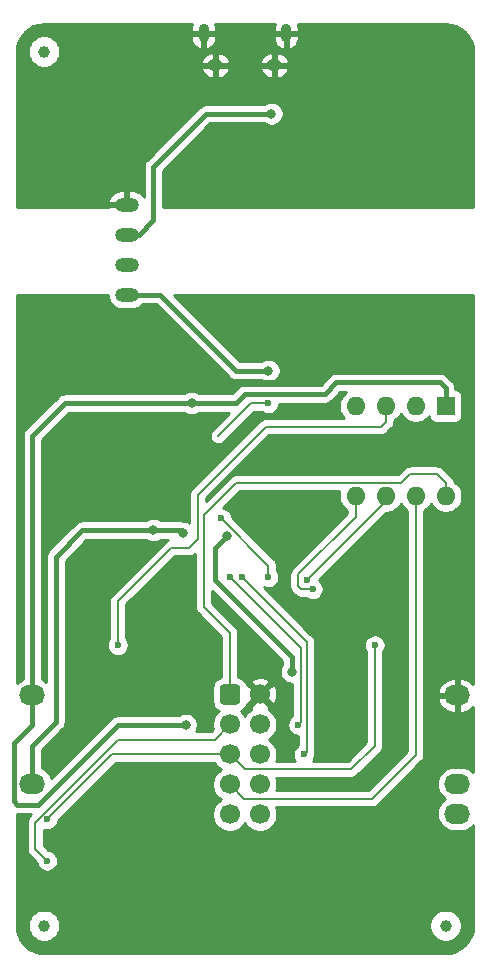
<source format=gbr>
%TF.GenerationSoftware,KiCad,Pcbnew,(5.1.10)-1*%
%TF.CreationDate,2021-10-19T08:52:40+02:00*%
%TF.ProjectId,EspOptoProg,4573704f-7074-46f5-9072-6f672e6b6963,rev?*%
%TF.SameCoordinates,Original*%
%TF.FileFunction,Copper,L2,Bot*%
%TF.FilePolarity,Positive*%
%FSLAX46Y46*%
G04 Gerber Fmt 4.6, Leading zero omitted, Abs format (unit mm)*
G04 Created by KiCad (PCBNEW (5.1.10)-1) date 2021-10-19 08:52:40*
%MOMM*%
%LPD*%
G01*
G04 APERTURE LIST*
%TA.AperFunction,SMDPad,CuDef*%
%ADD10C,1.000000*%
%TD*%
%TA.AperFunction,ComponentPad*%
%ADD11O,2.000000X1.200000*%
%TD*%
%TA.AperFunction,ComponentPad*%
%ADD12O,1.600000X1.600000*%
%TD*%
%TA.AperFunction,ComponentPad*%
%ADD13R,1.600000X1.600000*%
%TD*%
%TA.AperFunction,ComponentPad*%
%ADD14C,1.700000*%
%TD*%
%TA.AperFunction,ComponentPad*%
%ADD15O,2.200000X1.700000*%
%TD*%
%TA.AperFunction,ComponentPad*%
%ADD16O,0.900000X1.550000*%
%TD*%
%TA.AperFunction,ComponentPad*%
%ADD17O,1.300000X1.000000*%
%TD*%
%TA.AperFunction,ViaPad*%
%ADD18C,0.800000*%
%TD*%
%TA.AperFunction,ViaPad*%
%ADD19C,0.600000*%
%TD*%
%TA.AperFunction,Conductor*%
%ADD20C,0.400000*%
%TD*%
%TA.AperFunction,Conductor*%
%ADD21C,0.200000*%
%TD*%
%TA.AperFunction,Conductor*%
%ADD22C,0.249000*%
%TD*%
%TA.AperFunction,Conductor*%
%ADD23C,0.100000*%
%TD*%
G04 APERTURE END LIST*
D10*
%TO.P,FID6,0*%
%TO.N,N/C*%
X37000000Y3000000D03*
%TD*%
%TO.P,FID5,0*%
%TO.N,N/C*%
X3000000Y3000000D03*
%TD*%
%TO.P,FID4,0*%
%TO.N,N/C*%
X3000000Y77000000D03*
%TD*%
D11*
%TO.P,U50,4*%
%TO.N,VCC*%
X10000000Y56440000D03*
%TO.P,U50,3*%
%TO.N,GND*%
X10000000Y58980000D03*
%TO.P,U50,2*%
%TO.N,VUSB*%
X10000000Y61520000D03*
%TO.P,U50,1*%
%TO.N,GND2*%
X10000000Y64060000D03*
%TD*%
D12*
%TO.P,J30,8*%
%TO.N,Net-(D72-Pad2)*%
X37000000Y39380000D03*
%TO.P,J30,4*%
%TO.N,Net-(J30-Pad4)*%
X29380000Y47000000D03*
%TO.P,J30,7*%
%TO.N,Net-(D71-Pad2)*%
X34460000Y39380000D03*
%TO.P,J30,3*%
%TO.N,Net-(J30-Pad3)*%
X31920000Y47000000D03*
%TO.P,J30,6*%
%TO.N,Net-(J30-Pad6)*%
X31920000Y39380000D03*
%TO.P,J30,2*%
%TO.N,VCC*%
X34460000Y47000000D03*
%TO.P,J30,5*%
%TO.N,Net-(J30-Pad5)*%
X29380000Y39380000D03*
D13*
%TO.P,J30,1*%
%TO.N,3V3*%
X37000000Y47000000D03*
%TD*%
D14*
%TO.P,J40,10*%
%TO.N,Net-(J40-Pad10)*%
X21270000Y12420000D03*
%TO.P,J40,8*%
%TO.N,Net-(J40-Pad8)*%
X21270000Y14960000D03*
%TO.P,J40,6*%
%TO.N,Net-(J40-Pad6)*%
X21270000Y17500000D03*
%TO.P,J40,4*%
%TO.N,Net-(J40-Pad4)*%
X21270000Y20040000D03*
%TO.P,J40,2*%
%TO.N,GND*%
X21270000Y22580000D03*
%TO.P,J40,9*%
%TO.N,N/C*%
X18730000Y12420000D03*
%TO.P,J40,7*%
%TO.N,Net-(D71-Pad2)*%
X18730000Y14960000D03*
%TO.P,J40,5*%
%TO.N,Net-(J30-Pad4)*%
X18730000Y17500000D03*
%TO.P,J40,3*%
%TO.N,Net-(J30-Pad3)*%
X18730000Y20040000D03*
%TO.P,J40,1*%
%TO.N,Net-(D72-Pad2)*%
%TA.AperFunction,ComponentPad*%
G36*
G01*
X17880000Y21980000D02*
X17880000Y23180000D01*
G75*
G02*
X18130000Y23430000I250000J0D01*
G01*
X19330000Y23430000D01*
G75*
G02*
X19580000Y23180000I0J-250000D01*
G01*
X19580000Y21980000D01*
G75*
G02*
X19330000Y21730000I-250000J0D01*
G01*
X18130000Y21730000D01*
G75*
G02*
X17880000Y21980000I0J250000D01*
G01*
G37*
%TD.AperFunction*%
%TD*%
D15*
%TO.P,TP45,1*%
%TO.N,VCC*%
X2000000Y15000000D03*
%TD*%
%TO.P,TP44,1*%
%TO.N,3V3*%
X2000000Y22500000D03*
%TD*%
%TO.P,TP43,1*%
%TO.N,Net-(J40-Pad10)*%
X38000000Y12500000D03*
%TD*%
%TO.P,TP42,1*%
%TO.N,Net-(J40-Pad8)*%
X38000000Y15000000D03*
%TD*%
%TO.P,TP41,1*%
%TO.N,GND*%
X38000000Y22500000D03*
%TD*%
D16*
%TO.P,K10,6*%
%TO.N,GND2*%
X16500000Y78550000D03*
D17*
X22500000Y75850000D03*
X17500000Y75850000D03*
D16*
X23500000Y78550000D03*
%TD*%
D18*
%TO.N,GND*%
X26000000Y53750000D03*
X26000000Y52250000D03*
X17750000Y49000000D03*
X11250000Y8250000D03*
D19*
X6750000Y22750000D03*
X5500000Y39000000D03*
X26250000Y36750000D03*
X16250000Y21750000D03*
X16250000Y16250000D03*
X11000000Y16000000D03*
X9000000Y13500000D03*
X34000000Y13750000D03*
D18*
%TO.N,3V3*%
X15500000Y47250000D03*
X15000000Y20000000D03*
%TO.N,VUSB*%
X22250000Y71750000D03*
D19*
%TO.N,Net-(C30-Pad1)*%
X22000000Y32500000D03*
X18000000Y37500000D03*
D18*
%TO.N,VCC*%
X12250000Y36500000D03*
X14750000Y36250000D03*
X24000000Y24500000D03*
X18500000Y36000000D03*
X22000000Y50000000D03*
D19*
%TO.N,Net-(D30-Pad1)*%
X24500000Y20000000D03*
X18750000Y32500000D03*
%TO.N,Net-(D31-Pad1)*%
X25000000Y17500000D03*
X19750000Y32500000D03*
%TO.N,Net-(J30-Pad4)*%
X3250000Y12000000D03*
X31000000Y26750000D03*
%TO.N,Net-(J30-Pad3)*%
X3250000Y8500000D03*
X9250000Y26750000D03*
%TO.N,Net-(J30-Pad6)*%
X25250000Y32250000D03*
%TO.N,Net-(J30-Pad5)*%
X25750000Y31500000D03*
%TO.N,Net-(R30-Pad2)*%
X22000000Y47250000D03*
%TD*%
D20*
%TO.N,GND*%
X26000000Y53750000D02*
X26000000Y52250000D01*
X17750000Y49000000D02*
X24000000Y49000000D01*
X26000000Y51000000D02*
X26000000Y52250000D01*
X24000000Y49000000D02*
X26000000Y51000000D01*
X11250000Y8250000D02*
X27250000Y8250000D01*
X38000000Y19000000D02*
X38000000Y22500000D01*
X27250000Y8250000D02*
X38000000Y19000000D01*
%TO.N,3V3*%
X15500000Y47250000D02*
X19250000Y47250000D01*
X19250000Y47250000D02*
X20000000Y48000000D01*
X20000000Y48000000D02*
X26750000Y48000000D01*
X26750000Y48000000D02*
X27750000Y49000000D01*
X27750000Y49000000D02*
X36500000Y49000000D01*
X37000000Y48500000D02*
X37000000Y47000000D01*
X36500000Y49000000D02*
X37000000Y48500000D01*
X2000000Y22500000D02*
X2000000Y44500000D01*
X4750000Y47250000D02*
X15500000Y47250000D01*
X2000000Y44500000D02*
X4750000Y47250000D01*
X15000000Y20000000D02*
X9250000Y20000000D01*
X9250000Y20000000D02*
X2500000Y13250000D01*
X750000Y13250000D02*
X450010Y13549990D01*
X2500000Y13250000D02*
X750000Y13250000D01*
X450010Y13549990D02*
X450010Y18450010D01*
X2000000Y20000000D02*
X2000000Y22500000D01*
X450010Y18450010D02*
X2000000Y20000000D01*
%TO.N,VUSB*%
X22250000Y71750000D02*
X16750000Y71750000D01*
X16750000Y71750000D02*
X12250000Y67250000D01*
X12250000Y67250000D02*
X12250000Y62750000D01*
X11020000Y61520000D02*
X10000000Y61520000D01*
X12250000Y62750000D02*
X11020000Y61520000D01*
D21*
%TO.N,Net-(C30-Pad1)*%
X22000000Y33500000D02*
X22000000Y32500000D01*
X18000000Y37500000D02*
X22000000Y33500000D01*
D20*
%TO.N,VCC*%
X14500000Y36500000D02*
X14750000Y36250000D01*
X12250000Y36500000D02*
X14500000Y36500000D01*
X2000000Y15000000D02*
X2000000Y18250000D01*
X2000000Y18250000D02*
X4000000Y20250000D01*
X4000000Y20250000D02*
X4000000Y34250000D01*
X6250000Y36500000D02*
X12250000Y36500000D01*
X4000000Y34250000D02*
X6250000Y36500000D01*
X12810000Y56440000D02*
X10000000Y56440000D01*
X19250000Y50000000D02*
X12810000Y56440000D01*
X22000000Y50000000D02*
X19250000Y50000000D01*
X24000000Y25750000D02*
X24000000Y24500000D01*
X17500000Y32250000D02*
X24000000Y25750000D01*
X17500000Y35000000D02*
X17500000Y32250000D01*
X18500000Y36000000D02*
X17500000Y35000000D01*
D21*
%TO.N,Net-(D30-Pad1)*%
X24750000Y26500000D02*
X18750000Y32500000D01*
X24750000Y20250000D02*
X24750000Y26500000D01*
X24500000Y20000000D02*
X24750000Y20250000D01*
%TO.N,Net-(D31-Pad1)*%
X25000000Y27250000D02*
X19750000Y32500000D01*
X25250000Y27000000D02*
X25000000Y27250000D01*
X25250000Y17750000D02*
X25250000Y27000000D01*
X25000000Y17500000D02*
X25250000Y17750000D01*
%TO.N,Net-(D71-Pad2)*%
X18730000Y14960000D02*
X19940000Y13750000D01*
X19940000Y13750000D02*
X30750000Y13750000D01*
X34460000Y17460000D02*
X34460000Y39380000D01*
X30750000Y13750000D02*
X34460000Y17460000D01*
%TO.N,Net-(D72-Pad2)*%
X18730000Y27770000D02*
X18730000Y22580000D01*
X16500000Y37750000D02*
X16500000Y30000000D01*
X16500000Y30000000D02*
X18730000Y27770000D01*
X19250000Y40500000D02*
X16500000Y37750000D01*
X33250000Y40500000D02*
X19250000Y40500000D01*
X34000000Y41250000D02*
X33250000Y40500000D01*
X36250000Y41250000D02*
X34000000Y41250000D01*
X37000000Y40500000D02*
X36250000Y41250000D01*
X37000000Y39380000D02*
X37000000Y40500000D01*
%TO.N,Net-(J30-Pad4)*%
X8750000Y17500000D02*
X18730000Y17500000D01*
X3250000Y12000000D02*
X8750000Y17500000D01*
X18730000Y17500000D02*
X19980000Y16250000D01*
X19980000Y16250000D02*
X23750000Y16250000D01*
X23750000Y16250000D02*
X29000000Y16250000D01*
X31000000Y18250000D02*
X31000000Y26750000D01*
X29000000Y16250000D02*
X31000000Y18250000D01*
%TO.N,Net-(J30-Pad3)*%
X3250000Y8500000D02*
X2250000Y9500000D01*
X2250000Y9500000D02*
X2250000Y11740002D01*
X17435001Y18745001D02*
X18730000Y20040000D01*
X9254999Y18745001D02*
X17435001Y18745001D01*
X2250000Y11740002D02*
X9254999Y18745001D01*
X31920000Y45670000D02*
X31920000Y47000000D01*
X21750000Y45250000D02*
X31500000Y45250000D01*
X16000000Y35750000D02*
X16000000Y39500000D01*
X15250000Y35000000D02*
X16000000Y35750000D01*
X16000000Y39500000D02*
X21750000Y45250000D01*
X13750000Y35000000D02*
X15250000Y35000000D01*
X31500000Y45250000D02*
X31920000Y45670000D01*
X9250000Y30500000D02*
X13750000Y35000000D01*
X9250000Y26750000D02*
X9250000Y30500000D01*
%TO.N,Net-(J30-Pad6)*%
X31920000Y38920000D02*
X31920000Y39380000D01*
X25250000Y32250000D02*
X31920000Y38920000D01*
%TO.N,Net-(J30-Pad5)*%
X25750000Y31500000D02*
X24750000Y31500000D01*
X24750000Y31500000D02*
X24500000Y31750000D01*
X24500000Y31750000D02*
X24500000Y32750000D01*
X29380000Y37630000D02*
X29380000Y39380000D01*
X24500000Y32750000D02*
X29380000Y37630000D01*
%TO.N,Net-(R30-Pad2)*%
X20500000Y47250000D02*
X22000000Y47250000D01*
X17750000Y44500000D02*
X20500000Y47250000D01*
%TD*%
D22*
%TO.N,GND2*%
X15471513Y79207028D02*
X15426500Y79000000D01*
X15426500Y78675000D01*
X16375000Y78675000D01*
X16375000Y78695000D01*
X16625000Y78695000D01*
X16625000Y78675000D01*
X17573500Y78675000D01*
X17573500Y79000000D01*
X17528487Y79207028D01*
X17476497Y79326500D01*
X22523503Y79326500D01*
X22471513Y79207028D01*
X22426500Y79000000D01*
X22426500Y78675000D01*
X23375000Y78675000D01*
X23375000Y78695000D01*
X23625000Y78695000D01*
X23625000Y78675000D01*
X24573500Y78675000D01*
X24573500Y79000000D01*
X24528487Y79207028D01*
X24476497Y79326500D01*
X36967056Y79326500D01*
X37451259Y79279023D01*
X37885328Y79147970D01*
X38285679Y78935101D01*
X38637059Y78648522D01*
X38926077Y78299160D01*
X39141737Y77900304D01*
X39275818Y77467160D01*
X39326500Y76984949D01*
X39326500Y63874500D01*
X13073500Y63874500D01*
X13073500Y66908897D01*
X17091104Y70926500D01*
X21640204Y70926500D01*
X21765191Y70842986D01*
X21951456Y70765833D01*
X22149194Y70726500D01*
X22350806Y70726500D01*
X22548544Y70765833D01*
X22734809Y70842986D01*
X22902443Y70954996D01*
X23045004Y71097557D01*
X23157014Y71265191D01*
X23234167Y71451456D01*
X23273500Y71649194D01*
X23273500Y71850806D01*
X23234167Y72048544D01*
X23157014Y72234809D01*
X23045004Y72402443D01*
X22902443Y72545004D01*
X22734809Y72657014D01*
X22548544Y72734167D01*
X22350806Y72773500D01*
X22149194Y72773500D01*
X21951456Y72734167D01*
X21765191Y72657014D01*
X21640204Y72573500D01*
X16790447Y72573500D01*
X16749999Y72577484D01*
X16709552Y72573500D01*
X16709550Y72573500D01*
X16588566Y72561584D01*
X16433336Y72514496D01*
X16290275Y72438028D01*
X16164880Y72335120D01*
X16139088Y72303692D01*
X11696314Y67860917D01*
X11664880Y67835120D01*
X11561972Y67709724D01*
X11485504Y67566663D01*
X11438416Y67411433D01*
X11426500Y67290450D01*
X11422516Y67250000D01*
X11426500Y67209552D01*
X11426501Y64726691D01*
X11353534Y64836758D01*
X11183674Y65007858D01*
X10983698Y65142532D01*
X10761291Y65235605D01*
X10525000Y65283500D01*
X10125000Y65283500D01*
X10125000Y64185000D01*
X10145000Y64185000D01*
X10145000Y63935000D01*
X10125000Y63935000D01*
X10125000Y63915000D01*
X9875000Y63915000D01*
X9875000Y63935000D01*
X8539718Y63935000D01*
X8500547Y63874500D01*
X673500Y63874500D01*
X673500Y64373857D01*
X8417441Y64373857D01*
X8539718Y64185000D01*
X9875000Y64185000D01*
X9875000Y65283500D01*
X9475000Y65283500D01*
X9238709Y65235605D01*
X9016302Y65142532D01*
X8816326Y65007858D01*
X8646466Y64836758D01*
X8513250Y64635808D01*
X8421797Y64412730D01*
X8417441Y64373857D01*
X673500Y64373857D01*
X673500Y75551876D01*
X16266776Y75551876D01*
X16338907Y75356351D01*
X16454641Y75168582D01*
X16604783Y75006999D01*
X16783564Y74877812D01*
X16984112Y74785986D01*
X17198721Y74735049D01*
X17375000Y74880986D01*
X17375000Y75725000D01*
X17625000Y75725000D01*
X17625000Y74880986D01*
X17801279Y74735049D01*
X18015888Y74785986D01*
X18216436Y74877812D01*
X18395217Y75006999D01*
X18545359Y75168582D01*
X18661093Y75356351D01*
X18733224Y75551876D01*
X21266776Y75551876D01*
X21338907Y75356351D01*
X21454641Y75168582D01*
X21604783Y75006999D01*
X21783564Y74877812D01*
X21984112Y74785986D01*
X22198721Y74735049D01*
X22375000Y74880986D01*
X22375000Y75725000D01*
X22625000Y75725000D01*
X22625000Y74880986D01*
X22801279Y74735049D01*
X23015888Y74785986D01*
X23216436Y74877812D01*
X23395217Y75006999D01*
X23545359Y75168582D01*
X23661093Y75356351D01*
X23733224Y75551876D01*
X23609517Y75725000D01*
X22625000Y75725000D01*
X22375000Y75725000D01*
X21390483Y75725000D01*
X21266776Y75551876D01*
X18733224Y75551876D01*
X18609517Y75725000D01*
X17625000Y75725000D01*
X17375000Y75725000D01*
X16390483Y75725000D01*
X16266776Y75551876D01*
X673500Y75551876D01*
X673500Y76967056D01*
X690004Y77135376D01*
X1625500Y77135376D01*
X1625500Y76864624D01*
X1678321Y76599073D01*
X1781934Y76348930D01*
X1932356Y76123807D01*
X2123807Y75932356D01*
X2348930Y75781934D01*
X2599073Y75678321D01*
X2864624Y75625500D01*
X3135376Y75625500D01*
X3400927Y75678321D01*
X3651070Y75781934D01*
X3876193Y75932356D01*
X4067644Y76123807D01*
X4083892Y76148124D01*
X16266776Y76148124D01*
X16390483Y75975000D01*
X17375000Y75975000D01*
X17375000Y76819014D01*
X17625000Y76819014D01*
X17625000Y75975000D01*
X18609517Y75975000D01*
X18733224Y76148124D01*
X21266776Y76148124D01*
X21390483Y75975000D01*
X22375000Y75975000D01*
X22375000Y76819014D01*
X22625000Y76819014D01*
X22625000Y75975000D01*
X23609517Y75975000D01*
X23733224Y76148124D01*
X23661093Y76343649D01*
X23545359Y76531418D01*
X23395217Y76693001D01*
X23216436Y76822188D01*
X23015888Y76914014D01*
X22801279Y76964951D01*
X22625000Y76819014D01*
X22375000Y76819014D01*
X22198721Y76964951D01*
X21984112Y76914014D01*
X21783564Y76822188D01*
X21604783Y76693001D01*
X21454641Y76531418D01*
X21338907Y76343649D01*
X21266776Y76148124D01*
X18733224Y76148124D01*
X18661093Y76343649D01*
X18545359Y76531418D01*
X18395217Y76693001D01*
X18216436Y76822188D01*
X18015888Y76914014D01*
X17801279Y76964951D01*
X17625000Y76819014D01*
X17375000Y76819014D01*
X17198721Y76964951D01*
X16984112Y76914014D01*
X16783564Y76822188D01*
X16604783Y76693001D01*
X16454641Y76531418D01*
X16338907Y76343649D01*
X16266776Y76148124D01*
X4083892Y76148124D01*
X4218066Y76348930D01*
X4321679Y76599073D01*
X4374500Y76864624D01*
X4374500Y77135376D01*
X4321679Y77400927D01*
X4218066Y77651070D01*
X4067644Y77876193D01*
X3876193Y78067644D01*
X3651070Y78218066D01*
X3400927Y78321679D01*
X3135376Y78374500D01*
X2864624Y78374500D01*
X2599073Y78321679D01*
X2348930Y78218066D01*
X2123807Y78067644D01*
X1932356Y77876193D01*
X1781934Y77651070D01*
X1678321Y77400927D01*
X1625500Y77135376D01*
X690004Y77135376D01*
X720977Y77451259D01*
X852030Y77885328D01*
X1064899Y78285679D01*
X1178526Y78425000D01*
X15426500Y78425000D01*
X15426500Y78100000D01*
X15471513Y77892972D01*
X15556051Y77698704D01*
X15676864Y77524661D01*
X15829310Y77377532D01*
X16007530Y77262971D01*
X16209749Y77191483D01*
X16375000Y77315929D01*
X16375000Y78425000D01*
X16625000Y78425000D01*
X16625000Y77315929D01*
X16790251Y77191483D01*
X16992470Y77262971D01*
X17170690Y77377532D01*
X17323136Y77524661D01*
X17443949Y77698704D01*
X17528487Y77892972D01*
X17573500Y78100000D01*
X17573500Y78425000D01*
X22426500Y78425000D01*
X22426500Y78100000D01*
X22471513Y77892972D01*
X22556051Y77698704D01*
X22676864Y77524661D01*
X22829310Y77377532D01*
X23007530Y77262971D01*
X23209749Y77191483D01*
X23375000Y77315929D01*
X23375000Y78425000D01*
X23625000Y78425000D01*
X23625000Y77315929D01*
X23790251Y77191483D01*
X23992470Y77262971D01*
X24170690Y77377532D01*
X24323136Y77524661D01*
X24443949Y77698704D01*
X24528487Y77892972D01*
X24573500Y78100000D01*
X24573500Y78425000D01*
X23625000Y78425000D01*
X23375000Y78425000D01*
X22426500Y78425000D01*
X17573500Y78425000D01*
X16625000Y78425000D01*
X16375000Y78425000D01*
X15426500Y78425000D01*
X1178526Y78425000D01*
X1351478Y78637059D01*
X1700840Y78926077D01*
X2099696Y79141737D01*
X2532840Y79275818D01*
X3015051Y79326500D01*
X15523503Y79326500D01*
X15471513Y79207028D01*
%TA.AperFunction,Conductor*%
D23*
G36*
X15471513Y79207028D02*
G01*
X15426500Y79000000D01*
X15426500Y78675000D01*
X16375000Y78675000D01*
X16375000Y78695000D01*
X16625000Y78695000D01*
X16625000Y78675000D01*
X17573500Y78675000D01*
X17573500Y79000000D01*
X17528487Y79207028D01*
X17476497Y79326500D01*
X22523503Y79326500D01*
X22471513Y79207028D01*
X22426500Y79000000D01*
X22426500Y78675000D01*
X23375000Y78675000D01*
X23375000Y78695000D01*
X23625000Y78695000D01*
X23625000Y78675000D01*
X24573500Y78675000D01*
X24573500Y79000000D01*
X24528487Y79207028D01*
X24476497Y79326500D01*
X36967056Y79326500D01*
X37451259Y79279023D01*
X37885328Y79147970D01*
X38285679Y78935101D01*
X38637059Y78648522D01*
X38926077Y78299160D01*
X39141737Y77900304D01*
X39275818Y77467160D01*
X39326500Y76984949D01*
X39326500Y63874500D01*
X13073500Y63874500D01*
X13073500Y66908897D01*
X17091104Y70926500D01*
X21640204Y70926500D01*
X21765191Y70842986D01*
X21951456Y70765833D01*
X22149194Y70726500D01*
X22350806Y70726500D01*
X22548544Y70765833D01*
X22734809Y70842986D01*
X22902443Y70954996D01*
X23045004Y71097557D01*
X23157014Y71265191D01*
X23234167Y71451456D01*
X23273500Y71649194D01*
X23273500Y71850806D01*
X23234167Y72048544D01*
X23157014Y72234809D01*
X23045004Y72402443D01*
X22902443Y72545004D01*
X22734809Y72657014D01*
X22548544Y72734167D01*
X22350806Y72773500D01*
X22149194Y72773500D01*
X21951456Y72734167D01*
X21765191Y72657014D01*
X21640204Y72573500D01*
X16790447Y72573500D01*
X16749999Y72577484D01*
X16709552Y72573500D01*
X16709550Y72573500D01*
X16588566Y72561584D01*
X16433336Y72514496D01*
X16290275Y72438028D01*
X16164880Y72335120D01*
X16139088Y72303692D01*
X11696314Y67860917D01*
X11664880Y67835120D01*
X11561972Y67709724D01*
X11485504Y67566663D01*
X11438416Y67411433D01*
X11426500Y67290450D01*
X11422516Y67250000D01*
X11426500Y67209552D01*
X11426501Y64726691D01*
X11353534Y64836758D01*
X11183674Y65007858D01*
X10983698Y65142532D01*
X10761291Y65235605D01*
X10525000Y65283500D01*
X10125000Y65283500D01*
X10125000Y64185000D01*
X10145000Y64185000D01*
X10145000Y63935000D01*
X10125000Y63935000D01*
X10125000Y63915000D01*
X9875000Y63915000D01*
X9875000Y63935000D01*
X8539718Y63935000D01*
X8500547Y63874500D01*
X673500Y63874500D01*
X673500Y64373857D01*
X8417441Y64373857D01*
X8539718Y64185000D01*
X9875000Y64185000D01*
X9875000Y65283500D01*
X9475000Y65283500D01*
X9238709Y65235605D01*
X9016302Y65142532D01*
X8816326Y65007858D01*
X8646466Y64836758D01*
X8513250Y64635808D01*
X8421797Y64412730D01*
X8417441Y64373857D01*
X673500Y64373857D01*
X673500Y75551876D01*
X16266776Y75551876D01*
X16338907Y75356351D01*
X16454641Y75168582D01*
X16604783Y75006999D01*
X16783564Y74877812D01*
X16984112Y74785986D01*
X17198721Y74735049D01*
X17375000Y74880986D01*
X17375000Y75725000D01*
X17625000Y75725000D01*
X17625000Y74880986D01*
X17801279Y74735049D01*
X18015888Y74785986D01*
X18216436Y74877812D01*
X18395217Y75006999D01*
X18545359Y75168582D01*
X18661093Y75356351D01*
X18733224Y75551876D01*
X21266776Y75551876D01*
X21338907Y75356351D01*
X21454641Y75168582D01*
X21604783Y75006999D01*
X21783564Y74877812D01*
X21984112Y74785986D01*
X22198721Y74735049D01*
X22375000Y74880986D01*
X22375000Y75725000D01*
X22625000Y75725000D01*
X22625000Y74880986D01*
X22801279Y74735049D01*
X23015888Y74785986D01*
X23216436Y74877812D01*
X23395217Y75006999D01*
X23545359Y75168582D01*
X23661093Y75356351D01*
X23733224Y75551876D01*
X23609517Y75725000D01*
X22625000Y75725000D01*
X22375000Y75725000D01*
X21390483Y75725000D01*
X21266776Y75551876D01*
X18733224Y75551876D01*
X18609517Y75725000D01*
X17625000Y75725000D01*
X17375000Y75725000D01*
X16390483Y75725000D01*
X16266776Y75551876D01*
X673500Y75551876D01*
X673500Y76967056D01*
X690004Y77135376D01*
X1625500Y77135376D01*
X1625500Y76864624D01*
X1678321Y76599073D01*
X1781934Y76348930D01*
X1932356Y76123807D01*
X2123807Y75932356D01*
X2348930Y75781934D01*
X2599073Y75678321D01*
X2864624Y75625500D01*
X3135376Y75625500D01*
X3400927Y75678321D01*
X3651070Y75781934D01*
X3876193Y75932356D01*
X4067644Y76123807D01*
X4083892Y76148124D01*
X16266776Y76148124D01*
X16390483Y75975000D01*
X17375000Y75975000D01*
X17375000Y76819014D01*
X17625000Y76819014D01*
X17625000Y75975000D01*
X18609517Y75975000D01*
X18733224Y76148124D01*
X21266776Y76148124D01*
X21390483Y75975000D01*
X22375000Y75975000D01*
X22375000Y76819014D01*
X22625000Y76819014D01*
X22625000Y75975000D01*
X23609517Y75975000D01*
X23733224Y76148124D01*
X23661093Y76343649D01*
X23545359Y76531418D01*
X23395217Y76693001D01*
X23216436Y76822188D01*
X23015888Y76914014D01*
X22801279Y76964951D01*
X22625000Y76819014D01*
X22375000Y76819014D01*
X22198721Y76964951D01*
X21984112Y76914014D01*
X21783564Y76822188D01*
X21604783Y76693001D01*
X21454641Y76531418D01*
X21338907Y76343649D01*
X21266776Y76148124D01*
X18733224Y76148124D01*
X18661093Y76343649D01*
X18545359Y76531418D01*
X18395217Y76693001D01*
X18216436Y76822188D01*
X18015888Y76914014D01*
X17801279Y76964951D01*
X17625000Y76819014D01*
X17375000Y76819014D01*
X17198721Y76964951D01*
X16984112Y76914014D01*
X16783564Y76822188D01*
X16604783Y76693001D01*
X16454641Y76531418D01*
X16338907Y76343649D01*
X16266776Y76148124D01*
X4083892Y76148124D01*
X4218066Y76348930D01*
X4321679Y76599073D01*
X4374500Y76864624D01*
X4374500Y77135376D01*
X4321679Y77400927D01*
X4218066Y77651070D01*
X4067644Y77876193D01*
X3876193Y78067644D01*
X3651070Y78218066D01*
X3400927Y78321679D01*
X3135376Y78374500D01*
X2864624Y78374500D01*
X2599073Y78321679D01*
X2348930Y78218066D01*
X2123807Y78067644D01*
X1932356Y77876193D01*
X1781934Y77651070D01*
X1678321Y77400927D01*
X1625500Y77135376D01*
X690004Y77135376D01*
X720977Y77451259D01*
X852030Y77885328D01*
X1064899Y78285679D01*
X1178526Y78425000D01*
X15426500Y78425000D01*
X15426500Y78100000D01*
X15471513Y77892972D01*
X15556051Y77698704D01*
X15676864Y77524661D01*
X15829310Y77377532D01*
X16007530Y77262971D01*
X16209749Y77191483D01*
X16375000Y77315929D01*
X16375000Y78425000D01*
X16625000Y78425000D01*
X16625000Y77315929D01*
X16790251Y77191483D01*
X16992470Y77262971D01*
X17170690Y77377532D01*
X17323136Y77524661D01*
X17443949Y77698704D01*
X17528487Y77892972D01*
X17573500Y78100000D01*
X17573500Y78425000D01*
X22426500Y78425000D01*
X22426500Y78100000D01*
X22471513Y77892972D01*
X22556051Y77698704D01*
X22676864Y77524661D01*
X22829310Y77377532D01*
X23007530Y77262971D01*
X23209749Y77191483D01*
X23375000Y77315929D01*
X23375000Y78425000D01*
X23625000Y78425000D01*
X23625000Y77315929D01*
X23790251Y77191483D01*
X23992470Y77262971D01*
X24170690Y77377532D01*
X24323136Y77524661D01*
X24443949Y77698704D01*
X24528487Y77892972D01*
X24573500Y78100000D01*
X24573500Y78425000D01*
X23625000Y78425000D01*
X23375000Y78425000D01*
X22426500Y78425000D01*
X17573500Y78425000D01*
X16625000Y78425000D01*
X16375000Y78425000D01*
X15426500Y78425000D01*
X1178526Y78425000D01*
X1351478Y78637059D01*
X1700840Y78926077D01*
X2099696Y79141737D01*
X2532840Y79275818D01*
X3015051Y79326500D01*
X15523503Y79326500D01*
X15471513Y79207028D01*
G37*
%TD.AperFunction*%
%TD*%
D22*
%TO.N,GND*%
X8394204Y56200152D02*
X8464165Y55969522D01*
X8577775Y55756971D01*
X8730669Y55570669D01*
X8916971Y55417775D01*
X9129522Y55304165D01*
X9360152Y55234204D01*
X9539903Y55216500D01*
X10460097Y55216500D01*
X10639848Y55234204D01*
X10870478Y55304165D01*
X11083029Y55417775D01*
X11269331Y55570669D01*
X11306944Y55616500D01*
X12468897Y55616500D01*
X18639092Y49446303D01*
X18664880Y49414880D01*
X18790275Y49311972D01*
X18933336Y49235504D01*
X19088566Y49188416D01*
X19209550Y49176500D01*
X19209552Y49176500D01*
X19249999Y49172516D01*
X19290447Y49176500D01*
X21390204Y49176500D01*
X21515191Y49092986D01*
X21701456Y49015833D01*
X21899194Y48976500D01*
X22100806Y48976500D01*
X22298544Y49015833D01*
X22484809Y49092986D01*
X22652443Y49204996D01*
X22795004Y49347557D01*
X22907014Y49515191D01*
X22984167Y49701456D01*
X23023500Y49899194D01*
X23023500Y50100806D01*
X22984167Y50298544D01*
X22907014Y50484809D01*
X22795004Y50652443D01*
X22652443Y50795004D01*
X22484809Y50907014D01*
X22298544Y50984167D01*
X22100806Y51023500D01*
X21899194Y51023500D01*
X21701456Y50984167D01*
X21515191Y50907014D01*
X21390204Y50823500D01*
X19591105Y50823500D01*
X14039103Y56375500D01*
X39326500Y56375500D01*
X39326501Y23505904D01*
X39172566Y23655724D01*
X38929369Y23813501D01*
X38660064Y23920801D01*
X38375000Y23973500D01*
X38125000Y23973500D01*
X38125000Y22625000D01*
X38145000Y22625000D01*
X38145000Y22375000D01*
X38125000Y22375000D01*
X38125000Y21026500D01*
X38375000Y21026500D01*
X38660064Y21079199D01*
X38929369Y21186499D01*
X39172566Y21344276D01*
X39326501Y21494096D01*
X39326501Y16010971D01*
X39296963Y16046963D01*
X39072593Y16231098D01*
X38816612Y16367923D01*
X38538856Y16452179D01*
X38322382Y16473500D01*
X37677618Y16473500D01*
X37461144Y16452179D01*
X37183388Y16367923D01*
X36927407Y16231098D01*
X36703037Y16046963D01*
X36518902Y15822593D01*
X36382077Y15566612D01*
X36297821Y15288856D01*
X36269371Y15000000D01*
X36297821Y14711144D01*
X36382077Y14433388D01*
X36518902Y14177407D01*
X36703037Y13953037D01*
X36927407Y13768902D01*
X36962770Y13750000D01*
X36927407Y13731098D01*
X36703037Y13546963D01*
X36518902Y13322593D01*
X36382077Y13066612D01*
X36297821Y12788856D01*
X36269371Y12500000D01*
X36297821Y12211144D01*
X36382077Y11933388D01*
X36518902Y11677407D01*
X36703037Y11453037D01*
X36927407Y11268902D01*
X37183388Y11132077D01*
X37461144Y11047821D01*
X37677618Y11026500D01*
X38322382Y11026500D01*
X38538856Y11047821D01*
X38816612Y11132077D01*
X39072593Y11268902D01*
X39296963Y11453037D01*
X39326501Y11489029D01*
X39326501Y3032954D01*
X39279023Y2548740D01*
X39147969Y2114668D01*
X38935100Y1714320D01*
X38648525Y1362944D01*
X38299159Y1073923D01*
X37900304Y858263D01*
X37467155Y724181D01*
X36984949Y673500D01*
X3032943Y673500D01*
X2548740Y720977D01*
X2114668Y852031D01*
X1714320Y1064900D01*
X1362944Y1351475D01*
X1073923Y1700841D01*
X858263Y2099696D01*
X724181Y2532845D01*
X673500Y3015051D01*
X673500Y3135376D01*
X1625500Y3135376D01*
X1625500Y2864624D01*
X1678321Y2599073D01*
X1781934Y2348930D01*
X1932356Y2123807D01*
X2123807Y1932356D01*
X2348930Y1781934D01*
X2599073Y1678321D01*
X2864624Y1625500D01*
X3135376Y1625500D01*
X3400927Y1678321D01*
X3651070Y1781934D01*
X3876193Y1932356D01*
X4067644Y2123807D01*
X4218066Y2348930D01*
X4321679Y2599073D01*
X4374500Y2864624D01*
X4374500Y3135376D01*
X35625500Y3135376D01*
X35625500Y2864624D01*
X35678321Y2599073D01*
X35781934Y2348930D01*
X35932356Y2123807D01*
X36123807Y1932356D01*
X36348930Y1781934D01*
X36599073Y1678321D01*
X36864624Y1625500D01*
X37135376Y1625500D01*
X37400927Y1678321D01*
X37651070Y1781934D01*
X37876193Y1932356D01*
X38067644Y2123807D01*
X38218066Y2348930D01*
X38321679Y2599073D01*
X38374500Y2864624D01*
X38374500Y3135376D01*
X38321679Y3400927D01*
X38218066Y3651070D01*
X38067644Y3876193D01*
X37876193Y4067644D01*
X37651070Y4218066D01*
X37400927Y4321679D01*
X37135376Y4374500D01*
X36864624Y4374500D01*
X36599073Y4321679D01*
X36348930Y4218066D01*
X36123807Y4067644D01*
X35932356Y3876193D01*
X35781934Y3651070D01*
X35678321Y3400927D01*
X35625500Y3135376D01*
X4374500Y3135376D01*
X4321679Y3400927D01*
X4218066Y3651070D01*
X4067644Y3876193D01*
X3876193Y4067644D01*
X3651070Y4218066D01*
X3400927Y4321679D01*
X3135376Y4374500D01*
X2864624Y4374500D01*
X2599073Y4321679D01*
X2348930Y4218066D01*
X2123807Y4067644D01*
X1932356Y3876193D01*
X1781934Y3651070D01*
X1678321Y3400927D01*
X1625500Y3135376D01*
X673500Y3135376D01*
X673500Y12430051D01*
X709550Y12426500D01*
X709552Y12426500D01*
X750000Y12422516D01*
X790447Y12426500D01*
X1913315Y12426500D01*
X1763537Y12276722D01*
X1735934Y12254069D01*
X1713281Y12226466D01*
X1645522Y12143901D01*
X1578340Y12018212D01*
X1536970Y11881832D01*
X1523000Y11740002D01*
X1526501Y11704459D01*
X1526500Y9535534D01*
X1523000Y9500000D01*
X1526500Y9464466D01*
X1526500Y9464465D01*
X1536969Y9358170D01*
X1578340Y9221790D01*
X1645522Y9096101D01*
X1735933Y8985934D01*
X1763537Y8963280D01*
X2328667Y8398150D01*
X2361990Y8230625D01*
X2431605Y8062559D01*
X2532671Y7911303D01*
X2661303Y7782671D01*
X2812559Y7681605D01*
X2980625Y7611990D01*
X3159043Y7576500D01*
X3340957Y7576500D01*
X3519375Y7611990D01*
X3687441Y7681605D01*
X3838697Y7782671D01*
X3967329Y7911303D01*
X4068395Y8062559D01*
X4138010Y8230625D01*
X4173500Y8409043D01*
X4173500Y8590957D01*
X4138010Y8769375D01*
X4068395Y8937441D01*
X3967329Y9088697D01*
X3838697Y9217329D01*
X3687441Y9318395D01*
X3519375Y9388010D01*
X3351850Y9421333D01*
X2973500Y9799683D01*
X2973500Y11114941D01*
X2980625Y11111990D01*
X3159043Y11076500D01*
X3340957Y11076500D01*
X3519375Y11111990D01*
X3687441Y11181605D01*
X3838697Y11282671D01*
X3967329Y11411303D01*
X4068395Y11562559D01*
X4138010Y11730625D01*
X4171333Y11898150D01*
X9049683Y16776500D01*
X17441264Y16776500D01*
X17585458Y16560698D01*
X17790698Y16355458D01*
X17978459Y16230000D01*
X17790698Y16104542D01*
X17585458Y15899302D01*
X17424201Y15657964D01*
X17313125Y15389804D01*
X17256500Y15105127D01*
X17256500Y14814873D01*
X17313125Y14530196D01*
X17424201Y14262036D01*
X17585458Y14020698D01*
X17790698Y13815458D01*
X17978459Y13690000D01*
X17790698Y13564542D01*
X17585458Y13359302D01*
X17424201Y13117964D01*
X17313125Y12849804D01*
X17256500Y12565127D01*
X17256500Y12274873D01*
X17313125Y11990196D01*
X17424201Y11722036D01*
X17585458Y11480698D01*
X17790698Y11275458D01*
X18032036Y11114201D01*
X18300196Y11003125D01*
X18584873Y10946500D01*
X18875127Y10946500D01*
X19159804Y11003125D01*
X19427964Y11114201D01*
X19669302Y11275458D01*
X19874542Y11480698D01*
X20000000Y11668459D01*
X20125458Y11480698D01*
X20330698Y11275458D01*
X20572036Y11114201D01*
X20840196Y11003125D01*
X21124873Y10946500D01*
X21415127Y10946500D01*
X21699804Y11003125D01*
X21967964Y11114201D01*
X22209302Y11275458D01*
X22414542Y11480698D01*
X22575799Y11722036D01*
X22686875Y11990196D01*
X22743500Y12274873D01*
X22743500Y12565127D01*
X22686875Y12849804D01*
X22613685Y13026500D01*
X30714466Y13026500D01*
X30750000Y13023000D01*
X30785534Y13026500D01*
X30785536Y13026500D01*
X30891831Y13036969D01*
X31028211Y13078340D01*
X31153900Y13145522D01*
X31264067Y13235933D01*
X31286725Y13263542D01*
X34946468Y16923284D01*
X34974066Y16945933D01*
X34996716Y16973532D01*
X34996719Y16973535D01*
X35064478Y17056100D01*
X35131660Y17181789D01*
X35146474Y17230625D01*
X35173031Y17318169D01*
X35183500Y17424464D01*
X35183500Y17424465D01*
X35187000Y17459999D01*
X35183500Y17495533D01*
X35183500Y22146864D01*
X36319442Y22146864D01*
X36340829Y22051601D01*
X36455384Y21785301D01*
X36619690Y21546467D01*
X36827434Y21344276D01*
X37070631Y21186499D01*
X37339936Y21079199D01*
X37625000Y21026500D01*
X37875000Y21026500D01*
X37875000Y22375000D01*
X36438318Y22375000D01*
X36319442Y22146864D01*
X35183500Y22146864D01*
X35183500Y22853136D01*
X36319442Y22853136D01*
X36438318Y22625000D01*
X37875000Y22625000D01*
X37875000Y23973500D01*
X37625000Y23973500D01*
X37339936Y23920801D01*
X37070631Y23813501D01*
X36827434Y23655724D01*
X36619690Y23453533D01*
X36455384Y23214699D01*
X36340829Y22948399D01*
X36319442Y22853136D01*
X35183500Y22853136D01*
X35183500Y38151398D01*
X35367429Y38274295D01*
X35565705Y38472571D01*
X35721490Y38705720D01*
X35730000Y38726265D01*
X35738510Y38705720D01*
X35894295Y38472571D01*
X36092571Y38274295D01*
X36325720Y38118510D01*
X36584780Y38011204D01*
X36859797Y37956500D01*
X37140203Y37956500D01*
X37415220Y38011204D01*
X37674280Y38118510D01*
X37907429Y38274295D01*
X38105705Y38472571D01*
X38261490Y38705720D01*
X38368796Y38964780D01*
X38423500Y39239797D01*
X38423500Y39520203D01*
X38368796Y39795220D01*
X38261490Y40054280D01*
X38105705Y40287429D01*
X37907429Y40485705D01*
X37715797Y40613749D01*
X37713031Y40641831D01*
X37671660Y40778211D01*
X37604478Y40903900D01*
X37514067Y41014067D01*
X37486464Y41036720D01*
X36786724Y41736459D01*
X36764067Y41764067D01*
X36653900Y41854478D01*
X36528211Y41921660D01*
X36391831Y41963031D01*
X36285536Y41973500D01*
X36285534Y41973500D01*
X36250000Y41977000D01*
X36214466Y41973500D01*
X34035533Y41973500D01*
X33999999Y41977000D01*
X33964465Y41973500D01*
X33964464Y41973500D01*
X33858169Y41963031D01*
X33721789Y41921660D01*
X33596100Y41854478D01*
X33485933Y41764067D01*
X33463280Y41736464D01*
X32950317Y41223500D01*
X19285533Y41223500D01*
X19249999Y41227000D01*
X19214465Y41223500D01*
X19214464Y41223500D01*
X19108169Y41213031D01*
X18971789Y41171660D01*
X18846100Y41104478D01*
X18735933Y41014067D01*
X18713281Y40986465D01*
X16723500Y38996683D01*
X16723500Y39200317D01*
X22049683Y44526500D01*
X31464466Y44526500D01*
X31500000Y44523000D01*
X31535534Y44526500D01*
X31535536Y44526500D01*
X31641831Y44536969D01*
X31778211Y44578340D01*
X31903900Y44645522D01*
X32014067Y44735933D01*
X32036725Y44763542D01*
X32406458Y45133276D01*
X32434066Y45155933D01*
X32524478Y45266100D01*
X32591660Y45391789D01*
X32633031Y45528169D01*
X32643500Y45634464D01*
X32643500Y45634465D01*
X32647000Y45670000D01*
X32643500Y45705536D01*
X32643500Y45771398D01*
X32827429Y45894295D01*
X33025705Y46092571D01*
X33181490Y46325720D01*
X33190000Y46346265D01*
X33198510Y46325720D01*
X33354295Y46092571D01*
X33552571Y45894295D01*
X33785720Y45738510D01*
X34044780Y45631204D01*
X34319797Y45576500D01*
X34600203Y45576500D01*
X34875220Y45631204D01*
X35134280Y45738510D01*
X35367429Y45894295D01*
X35565705Y46092571D01*
X35581706Y46116518D01*
X35585522Y46077773D01*
X35621175Y45960243D01*
X35679071Y45851926D01*
X35756986Y45756986D01*
X35851926Y45679071D01*
X35960243Y45621175D01*
X36077773Y45585522D01*
X36200000Y45573484D01*
X37800000Y45573484D01*
X37922227Y45585522D01*
X38039757Y45621175D01*
X38148074Y45679071D01*
X38243014Y45756986D01*
X38320929Y45851926D01*
X38378825Y45960243D01*
X38414478Y46077773D01*
X38426516Y46200000D01*
X38426516Y47800000D01*
X38414478Y47922227D01*
X38378825Y48039757D01*
X38320929Y48148074D01*
X38243014Y48243014D01*
X38148074Y48320929D01*
X38039757Y48378825D01*
X37922227Y48414478D01*
X37823500Y48424202D01*
X37823500Y48459550D01*
X37827484Y48500000D01*
X37811584Y48661435D01*
X37780321Y48764495D01*
X37764496Y48816664D01*
X37688028Y48959725D01*
X37585120Y49085120D01*
X37553692Y49110912D01*
X37110916Y49553687D01*
X37085120Y49585120D01*
X36959725Y49688028D01*
X36816664Y49764496D01*
X36661434Y49811584D01*
X36540450Y49823500D01*
X36540447Y49823500D01*
X36500000Y49827484D01*
X36459553Y49823500D01*
X27790450Y49823500D01*
X27750000Y49827484D01*
X27588565Y49811584D01*
X27541477Y49797300D01*
X27433336Y49764496D01*
X27290275Y49688028D01*
X27164880Y49585120D01*
X27139092Y49553697D01*
X26408896Y48823500D01*
X20040447Y48823500D01*
X19999999Y48827484D01*
X19959552Y48823500D01*
X19959550Y48823500D01*
X19838566Y48811584D01*
X19683336Y48764496D01*
X19540275Y48688028D01*
X19414880Y48585120D01*
X19389094Y48553699D01*
X18908896Y48073500D01*
X16109796Y48073500D01*
X15984809Y48157014D01*
X15798544Y48234167D01*
X15600806Y48273500D01*
X15399194Y48273500D01*
X15201456Y48234167D01*
X15015191Y48157014D01*
X14890204Y48073500D01*
X4790447Y48073500D01*
X4749999Y48077484D01*
X4709552Y48073500D01*
X4709550Y48073500D01*
X4588566Y48061584D01*
X4433336Y48014496D01*
X4290275Y47938028D01*
X4164880Y47835120D01*
X4139094Y47803699D01*
X1446309Y45110912D01*
X1414881Y45085120D01*
X1321874Y44971789D01*
X1311973Y44959725D01*
X1235505Y44816665D01*
X1188417Y44661434D01*
X1172516Y44500000D01*
X1176501Y44459543D01*
X1176500Y23864241D01*
X927407Y23731098D01*
X703037Y23546963D01*
X673500Y23510972D01*
X673500Y56375500D01*
X8376934Y56375500D01*
X8394204Y56200152D01*
%TA.AperFunction,Conductor*%
D23*
G36*
X8394204Y56200152D02*
G01*
X8464165Y55969522D01*
X8577775Y55756971D01*
X8730669Y55570669D01*
X8916971Y55417775D01*
X9129522Y55304165D01*
X9360152Y55234204D01*
X9539903Y55216500D01*
X10460097Y55216500D01*
X10639848Y55234204D01*
X10870478Y55304165D01*
X11083029Y55417775D01*
X11269331Y55570669D01*
X11306944Y55616500D01*
X12468897Y55616500D01*
X18639092Y49446303D01*
X18664880Y49414880D01*
X18790275Y49311972D01*
X18933336Y49235504D01*
X19088566Y49188416D01*
X19209550Y49176500D01*
X19209552Y49176500D01*
X19249999Y49172516D01*
X19290447Y49176500D01*
X21390204Y49176500D01*
X21515191Y49092986D01*
X21701456Y49015833D01*
X21899194Y48976500D01*
X22100806Y48976500D01*
X22298544Y49015833D01*
X22484809Y49092986D01*
X22652443Y49204996D01*
X22795004Y49347557D01*
X22907014Y49515191D01*
X22984167Y49701456D01*
X23023500Y49899194D01*
X23023500Y50100806D01*
X22984167Y50298544D01*
X22907014Y50484809D01*
X22795004Y50652443D01*
X22652443Y50795004D01*
X22484809Y50907014D01*
X22298544Y50984167D01*
X22100806Y51023500D01*
X21899194Y51023500D01*
X21701456Y50984167D01*
X21515191Y50907014D01*
X21390204Y50823500D01*
X19591105Y50823500D01*
X14039103Y56375500D01*
X39326500Y56375500D01*
X39326501Y23505904D01*
X39172566Y23655724D01*
X38929369Y23813501D01*
X38660064Y23920801D01*
X38375000Y23973500D01*
X38125000Y23973500D01*
X38125000Y22625000D01*
X38145000Y22625000D01*
X38145000Y22375000D01*
X38125000Y22375000D01*
X38125000Y21026500D01*
X38375000Y21026500D01*
X38660064Y21079199D01*
X38929369Y21186499D01*
X39172566Y21344276D01*
X39326501Y21494096D01*
X39326501Y16010971D01*
X39296963Y16046963D01*
X39072593Y16231098D01*
X38816612Y16367923D01*
X38538856Y16452179D01*
X38322382Y16473500D01*
X37677618Y16473500D01*
X37461144Y16452179D01*
X37183388Y16367923D01*
X36927407Y16231098D01*
X36703037Y16046963D01*
X36518902Y15822593D01*
X36382077Y15566612D01*
X36297821Y15288856D01*
X36269371Y15000000D01*
X36297821Y14711144D01*
X36382077Y14433388D01*
X36518902Y14177407D01*
X36703037Y13953037D01*
X36927407Y13768902D01*
X36962770Y13750000D01*
X36927407Y13731098D01*
X36703037Y13546963D01*
X36518902Y13322593D01*
X36382077Y13066612D01*
X36297821Y12788856D01*
X36269371Y12500000D01*
X36297821Y12211144D01*
X36382077Y11933388D01*
X36518902Y11677407D01*
X36703037Y11453037D01*
X36927407Y11268902D01*
X37183388Y11132077D01*
X37461144Y11047821D01*
X37677618Y11026500D01*
X38322382Y11026500D01*
X38538856Y11047821D01*
X38816612Y11132077D01*
X39072593Y11268902D01*
X39296963Y11453037D01*
X39326501Y11489029D01*
X39326501Y3032954D01*
X39279023Y2548740D01*
X39147969Y2114668D01*
X38935100Y1714320D01*
X38648525Y1362944D01*
X38299159Y1073923D01*
X37900304Y858263D01*
X37467155Y724181D01*
X36984949Y673500D01*
X3032943Y673500D01*
X2548740Y720977D01*
X2114668Y852031D01*
X1714320Y1064900D01*
X1362944Y1351475D01*
X1073923Y1700841D01*
X858263Y2099696D01*
X724181Y2532845D01*
X673500Y3015051D01*
X673500Y3135376D01*
X1625500Y3135376D01*
X1625500Y2864624D01*
X1678321Y2599073D01*
X1781934Y2348930D01*
X1932356Y2123807D01*
X2123807Y1932356D01*
X2348930Y1781934D01*
X2599073Y1678321D01*
X2864624Y1625500D01*
X3135376Y1625500D01*
X3400927Y1678321D01*
X3651070Y1781934D01*
X3876193Y1932356D01*
X4067644Y2123807D01*
X4218066Y2348930D01*
X4321679Y2599073D01*
X4374500Y2864624D01*
X4374500Y3135376D01*
X35625500Y3135376D01*
X35625500Y2864624D01*
X35678321Y2599073D01*
X35781934Y2348930D01*
X35932356Y2123807D01*
X36123807Y1932356D01*
X36348930Y1781934D01*
X36599073Y1678321D01*
X36864624Y1625500D01*
X37135376Y1625500D01*
X37400927Y1678321D01*
X37651070Y1781934D01*
X37876193Y1932356D01*
X38067644Y2123807D01*
X38218066Y2348930D01*
X38321679Y2599073D01*
X38374500Y2864624D01*
X38374500Y3135376D01*
X38321679Y3400927D01*
X38218066Y3651070D01*
X38067644Y3876193D01*
X37876193Y4067644D01*
X37651070Y4218066D01*
X37400927Y4321679D01*
X37135376Y4374500D01*
X36864624Y4374500D01*
X36599073Y4321679D01*
X36348930Y4218066D01*
X36123807Y4067644D01*
X35932356Y3876193D01*
X35781934Y3651070D01*
X35678321Y3400927D01*
X35625500Y3135376D01*
X4374500Y3135376D01*
X4321679Y3400927D01*
X4218066Y3651070D01*
X4067644Y3876193D01*
X3876193Y4067644D01*
X3651070Y4218066D01*
X3400927Y4321679D01*
X3135376Y4374500D01*
X2864624Y4374500D01*
X2599073Y4321679D01*
X2348930Y4218066D01*
X2123807Y4067644D01*
X1932356Y3876193D01*
X1781934Y3651070D01*
X1678321Y3400927D01*
X1625500Y3135376D01*
X673500Y3135376D01*
X673500Y12430051D01*
X709550Y12426500D01*
X709552Y12426500D01*
X750000Y12422516D01*
X790447Y12426500D01*
X1913315Y12426500D01*
X1763537Y12276722D01*
X1735934Y12254069D01*
X1713281Y12226466D01*
X1645522Y12143901D01*
X1578340Y12018212D01*
X1536970Y11881832D01*
X1523000Y11740002D01*
X1526501Y11704459D01*
X1526500Y9535534D01*
X1523000Y9500000D01*
X1526500Y9464466D01*
X1526500Y9464465D01*
X1536969Y9358170D01*
X1578340Y9221790D01*
X1645522Y9096101D01*
X1735933Y8985934D01*
X1763537Y8963280D01*
X2328667Y8398150D01*
X2361990Y8230625D01*
X2431605Y8062559D01*
X2532671Y7911303D01*
X2661303Y7782671D01*
X2812559Y7681605D01*
X2980625Y7611990D01*
X3159043Y7576500D01*
X3340957Y7576500D01*
X3519375Y7611990D01*
X3687441Y7681605D01*
X3838697Y7782671D01*
X3967329Y7911303D01*
X4068395Y8062559D01*
X4138010Y8230625D01*
X4173500Y8409043D01*
X4173500Y8590957D01*
X4138010Y8769375D01*
X4068395Y8937441D01*
X3967329Y9088697D01*
X3838697Y9217329D01*
X3687441Y9318395D01*
X3519375Y9388010D01*
X3351850Y9421333D01*
X2973500Y9799683D01*
X2973500Y11114941D01*
X2980625Y11111990D01*
X3159043Y11076500D01*
X3340957Y11076500D01*
X3519375Y11111990D01*
X3687441Y11181605D01*
X3838697Y11282671D01*
X3967329Y11411303D01*
X4068395Y11562559D01*
X4138010Y11730625D01*
X4171333Y11898150D01*
X9049683Y16776500D01*
X17441264Y16776500D01*
X17585458Y16560698D01*
X17790698Y16355458D01*
X17978459Y16230000D01*
X17790698Y16104542D01*
X17585458Y15899302D01*
X17424201Y15657964D01*
X17313125Y15389804D01*
X17256500Y15105127D01*
X17256500Y14814873D01*
X17313125Y14530196D01*
X17424201Y14262036D01*
X17585458Y14020698D01*
X17790698Y13815458D01*
X17978459Y13690000D01*
X17790698Y13564542D01*
X17585458Y13359302D01*
X17424201Y13117964D01*
X17313125Y12849804D01*
X17256500Y12565127D01*
X17256500Y12274873D01*
X17313125Y11990196D01*
X17424201Y11722036D01*
X17585458Y11480698D01*
X17790698Y11275458D01*
X18032036Y11114201D01*
X18300196Y11003125D01*
X18584873Y10946500D01*
X18875127Y10946500D01*
X19159804Y11003125D01*
X19427964Y11114201D01*
X19669302Y11275458D01*
X19874542Y11480698D01*
X20000000Y11668459D01*
X20125458Y11480698D01*
X20330698Y11275458D01*
X20572036Y11114201D01*
X20840196Y11003125D01*
X21124873Y10946500D01*
X21415127Y10946500D01*
X21699804Y11003125D01*
X21967964Y11114201D01*
X22209302Y11275458D01*
X22414542Y11480698D01*
X22575799Y11722036D01*
X22686875Y11990196D01*
X22743500Y12274873D01*
X22743500Y12565127D01*
X22686875Y12849804D01*
X22613685Y13026500D01*
X30714466Y13026500D01*
X30750000Y13023000D01*
X30785534Y13026500D01*
X30785536Y13026500D01*
X30891831Y13036969D01*
X31028211Y13078340D01*
X31153900Y13145522D01*
X31264067Y13235933D01*
X31286725Y13263542D01*
X34946468Y16923284D01*
X34974066Y16945933D01*
X34996716Y16973532D01*
X34996719Y16973535D01*
X35064478Y17056100D01*
X35131660Y17181789D01*
X35146474Y17230625D01*
X35173031Y17318169D01*
X35183500Y17424464D01*
X35183500Y17424465D01*
X35187000Y17459999D01*
X35183500Y17495533D01*
X35183500Y22146864D01*
X36319442Y22146864D01*
X36340829Y22051601D01*
X36455384Y21785301D01*
X36619690Y21546467D01*
X36827434Y21344276D01*
X37070631Y21186499D01*
X37339936Y21079199D01*
X37625000Y21026500D01*
X37875000Y21026500D01*
X37875000Y22375000D01*
X36438318Y22375000D01*
X36319442Y22146864D01*
X35183500Y22146864D01*
X35183500Y22853136D01*
X36319442Y22853136D01*
X36438318Y22625000D01*
X37875000Y22625000D01*
X37875000Y23973500D01*
X37625000Y23973500D01*
X37339936Y23920801D01*
X37070631Y23813501D01*
X36827434Y23655724D01*
X36619690Y23453533D01*
X36455384Y23214699D01*
X36340829Y22948399D01*
X36319442Y22853136D01*
X35183500Y22853136D01*
X35183500Y38151398D01*
X35367429Y38274295D01*
X35565705Y38472571D01*
X35721490Y38705720D01*
X35730000Y38726265D01*
X35738510Y38705720D01*
X35894295Y38472571D01*
X36092571Y38274295D01*
X36325720Y38118510D01*
X36584780Y38011204D01*
X36859797Y37956500D01*
X37140203Y37956500D01*
X37415220Y38011204D01*
X37674280Y38118510D01*
X37907429Y38274295D01*
X38105705Y38472571D01*
X38261490Y38705720D01*
X38368796Y38964780D01*
X38423500Y39239797D01*
X38423500Y39520203D01*
X38368796Y39795220D01*
X38261490Y40054280D01*
X38105705Y40287429D01*
X37907429Y40485705D01*
X37715797Y40613749D01*
X37713031Y40641831D01*
X37671660Y40778211D01*
X37604478Y40903900D01*
X37514067Y41014067D01*
X37486464Y41036720D01*
X36786724Y41736459D01*
X36764067Y41764067D01*
X36653900Y41854478D01*
X36528211Y41921660D01*
X36391831Y41963031D01*
X36285536Y41973500D01*
X36285534Y41973500D01*
X36250000Y41977000D01*
X36214466Y41973500D01*
X34035533Y41973500D01*
X33999999Y41977000D01*
X33964465Y41973500D01*
X33964464Y41973500D01*
X33858169Y41963031D01*
X33721789Y41921660D01*
X33596100Y41854478D01*
X33485933Y41764067D01*
X33463280Y41736464D01*
X32950317Y41223500D01*
X19285533Y41223500D01*
X19249999Y41227000D01*
X19214465Y41223500D01*
X19214464Y41223500D01*
X19108169Y41213031D01*
X18971789Y41171660D01*
X18846100Y41104478D01*
X18735933Y41014067D01*
X18713281Y40986465D01*
X16723500Y38996683D01*
X16723500Y39200317D01*
X22049683Y44526500D01*
X31464466Y44526500D01*
X31500000Y44523000D01*
X31535534Y44526500D01*
X31535536Y44526500D01*
X31641831Y44536969D01*
X31778211Y44578340D01*
X31903900Y44645522D01*
X32014067Y44735933D01*
X32036725Y44763542D01*
X32406458Y45133276D01*
X32434066Y45155933D01*
X32524478Y45266100D01*
X32591660Y45391789D01*
X32633031Y45528169D01*
X32643500Y45634464D01*
X32643500Y45634465D01*
X32647000Y45670000D01*
X32643500Y45705536D01*
X32643500Y45771398D01*
X32827429Y45894295D01*
X33025705Y46092571D01*
X33181490Y46325720D01*
X33190000Y46346265D01*
X33198510Y46325720D01*
X33354295Y46092571D01*
X33552571Y45894295D01*
X33785720Y45738510D01*
X34044780Y45631204D01*
X34319797Y45576500D01*
X34600203Y45576500D01*
X34875220Y45631204D01*
X35134280Y45738510D01*
X35367429Y45894295D01*
X35565705Y46092571D01*
X35581706Y46116518D01*
X35585522Y46077773D01*
X35621175Y45960243D01*
X35679071Y45851926D01*
X35756986Y45756986D01*
X35851926Y45679071D01*
X35960243Y45621175D01*
X36077773Y45585522D01*
X36200000Y45573484D01*
X37800000Y45573484D01*
X37922227Y45585522D01*
X38039757Y45621175D01*
X38148074Y45679071D01*
X38243014Y45756986D01*
X38320929Y45851926D01*
X38378825Y45960243D01*
X38414478Y46077773D01*
X38426516Y46200000D01*
X38426516Y47800000D01*
X38414478Y47922227D01*
X38378825Y48039757D01*
X38320929Y48148074D01*
X38243014Y48243014D01*
X38148074Y48320929D01*
X38039757Y48378825D01*
X37922227Y48414478D01*
X37823500Y48424202D01*
X37823500Y48459550D01*
X37827484Y48500000D01*
X37811584Y48661435D01*
X37780321Y48764495D01*
X37764496Y48816664D01*
X37688028Y48959725D01*
X37585120Y49085120D01*
X37553692Y49110912D01*
X37110916Y49553687D01*
X37085120Y49585120D01*
X36959725Y49688028D01*
X36816664Y49764496D01*
X36661434Y49811584D01*
X36540450Y49823500D01*
X36540447Y49823500D01*
X36500000Y49827484D01*
X36459553Y49823500D01*
X27790450Y49823500D01*
X27750000Y49827484D01*
X27588565Y49811584D01*
X27541477Y49797300D01*
X27433336Y49764496D01*
X27290275Y49688028D01*
X27164880Y49585120D01*
X27139092Y49553697D01*
X26408896Y48823500D01*
X20040447Y48823500D01*
X19999999Y48827484D01*
X19959552Y48823500D01*
X19959550Y48823500D01*
X19838566Y48811584D01*
X19683336Y48764496D01*
X19540275Y48688028D01*
X19414880Y48585120D01*
X19389094Y48553699D01*
X18908896Y48073500D01*
X16109796Y48073500D01*
X15984809Y48157014D01*
X15798544Y48234167D01*
X15600806Y48273500D01*
X15399194Y48273500D01*
X15201456Y48234167D01*
X15015191Y48157014D01*
X14890204Y48073500D01*
X4790447Y48073500D01*
X4749999Y48077484D01*
X4709552Y48073500D01*
X4709550Y48073500D01*
X4588566Y48061584D01*
X4433336Y48014496D01*
X4290275Y47938028D01*
X4164880Y47835120D01*
X4139094Y47803699D01*
X1446309Y45110912D01*
X1414881Y45085120D01*
X1321874Y44971789D01*
X1311973Y44959725D01*
X1235505Y44816665D01*
X1188417Y44661434D01*
X1172516Y44500000D01*
X1176501Y44459543D01*
X1176500Y23864241D01*
X927407Y23731098D01*
X703037Y23546963D01*
X673500Y23510972D01*
X673500Y56375500D01*
X8376934Y56375500D01*
X8394204Y56200152D01*
G37*
%TD.AperFunction*%
D22*
X27956500Y39520203D02*
X27956500Y39239797D01*
X28011204Y38964780D01*
X28118510Y38705720D01*
X28274295Y38472571D01*
X28472571Y38274295D01*
X28656500Y38151398D01*
X28656500Y37929684D01*
X24013537Y33286720D01*
X23985934Y33264067D01*
X23963281Y33236464D01*
X23895522Y33153899D01*
X23828340Y33028210D01*
X23786970Y32891830D01*
X23773000Y32750000D01*
X23776501Y32714457D01*
X23776500Y31785534D01*
X23773000Y31750000D01*
X23776500Y31714466D01*
X23776500Y31714465D01*
X23786969Y31608170D01*
X23828340Y31471790D01*
X23895522Y31346101D01*
X23985933Y31235934D01*
X24013537Y31213280D01*
X24213275Y31013542D01*
X24235933Y30985933D01*
X24346100Y30895522D01*
X24471789Y30828340D01*
X24608169Y30786969D01*
X24714464Y30776500D01*
X24714465Y30776500D01*
X24749999Y30773000D01*
X24785533Y30776500D01*
X25170539Y30776500D01*
X25312559Y30681605D01*
X25480625Y30611990D01*
X25659043Y30576500D01*
X25840957Y30576500D01*
X26019375Y30611990D01*
X26187441Y30681605D01*
X26338697Y30782671D01*
X26467329Y30911303D01*
X26568395Y31062559D01*
X26638010Y31230625D01*
X26673500Y31409043D01*
X26673500Y31590957D01*
X26638010Y31769375D01*
X26568395Y31937441D01*
X26467329Y32088697D01*
X26338697Y32217329D01*
X26279839Y32256656D01*
X31979684Y37956500D01*
X32060203Y37956500D01*
X32335220Y38011204D01*
X32594280Y38118510D01*
X32827429Y38274295D01*
X33025705Y38472571D01*
X33181490Y38705720D01*
X33190000Y38726265D01*
X33198510Y38705720D01*
X33354295Y38472571D01*
X33552571Y38274295D01*
X33736501Y38151397D01*
X33736500Y17759684D01*
X30450317Y14473500D01*
X22663391Y14473500D01*
X22686875Y14530196D01*
X22743500Y14814873D01*
X22743500Y15105127D01*
X22686875Y15389804D01*
X22630253Y15526500D01*
X28964466Y15526500D01*
X29000000Y15523000D01*
X29035534Y15526500D01*
X29035536Y15526500D01*
X29141831Y15536969D01*
X29278211Y15578340D01*
X29403900Y15645522D01*
X29514067Y15735933D01*
X29536725Y15763542D01*
X31486468Y17713284D01*
X31514066Y17735933D01*
X31536716Y17763532D01*
X31536719Y17763535D01*
X31604478Y17846100D01*
X31671660Y17971789D01*
X31677271Y17990285D01*
X31713031Y18108169D01*
X31723500Y18214464D01*
X31723500Y18214465D01*
X31727000Y18249999D01*
X31723500Y18285533D01*
X31723500Y26170539D01*
X31818395Y26312559D01*
X31888010Y26480625D01*
X31923500Y26659043D01*
X31923500Y26840957D01*
X31888010Y27019375D01*
X31818395Y27187441D01*
X31717329Y27338697D01*
X31588697Y27467329D01*
X31437441Y27568395D01*
X31269375Y27638010D01*
X31090957Y27673500D01*
X30909043Y27673500D01*
X30730625Y27638010D01*
X30562559Y27568395D01*
X30411303Y27467329D01*
X30282671Y27338697D01*
X30181605Y27187441D01*
X30111990Y27019375D01*
X30076500Y26840957D01*
X30076500Y26659043D01*
X30111990Y26480625D01*
X30181605Y26312559D01*
X30276501Y26170537D01*
X30276500Y18549684D01*
X28700317Y16973500D01*
X25758888Y16973500D01*
X25818395Y17062559D01*
X25888010Y17230625D01*
X25923500Y17409043D01*
X25923500Y17477855D01*
X25963031Y17608169D01*
X25973500Y17714464D01*
X25973500Y17714465D01*
X25977000Y17749999D01*
X25973500Y17785533D01*
X25973500Y26964467D01*
X25977000Y27000001D01*
X25967314Y27098340D01*
X25963031Y27141831D01*
X25921660Y27278211D01*
X25854478Y27403900D01*
X25764067Y27514067D01*
X25736458Y27536725D01*
X25536724Y27736459D01*
X25536719Y27736465D01*
X21612098Y31661085D01*
X21730625Y31611990D01*
X21909043Y31576500D01*
X22090957Y31576500D01*
X22269375Y31611990D01*
X22437441Y31681605D01*
X22588697Y31782671D01*
X22717329Y31911303D01*
X22818395Y32062559D01*
X22888010Y32230625D01*
X22923500Y32409043D01*
X22923500Y32590957D01*
X22888010Y32769375D01*
X22818395Y32937441D01*
X22723500Y33079461D01*
X22723500Y33464467D01*
X22727000Y33500001D01*
X22720896Y33561973D01*
X22713031Y33641831D01*
X22671660Y33778211D01*
X22604478Y33903900D01*
X22580321Y33933335D01*
X22536719Y33986465D01*
X22536716Y33986468D01*
X22514066Y34014067D01*
X22486468Y34036716D01*
X18921333Y37601850D01*
X18888010Y37769375D01*
X18818395Y37937441D01*
X18717329Y38088697D01*
X18588697Y38217329D01*
X18437441Y38318395D01*
X18269375Y38388010D01*
X18179142Y38405959D01*
X19549684Y39776500D01*
X28007480Y39776500D01*
X27956500Y39520203D01*
%TA.AperFunction,Conductor*%
D23*
G36*
X27956500Y39520203D02*
G01*
X27956500Y39239797D01*
X28011204Y38964780D01*
X28118510Y38705720D01*
X28274295Y38472571D01*
X28472571Y38274295D01*
X28656500Y38151398D01*
X28656500Y37929684D01*
X24013537Y33286720D01*
X23985934Y33264067D01*
X23963281Y33236464D01*
X23895522Y33153899D01*
X23828340Y33028210D01*
X23786970Y32891830D01*
X23773000Y32750000D01*
X23776501Y32714457D01*
X23776500Y31785534D01*
X23773000Y31750000D01*
X23776500Y31714466D01*
X23776500Y31714465D01*
X23786969Y31608170D01*
X23828340Y31471790D01*
X23895522Y31346101D01*
X23985933Y31235934D01*
X24013537Y31213280D01*
X24213275Y31013542D01*
X24235933Y30985933D01*
X24346100Y30895522D01*
X24471789Y30828340D01*
X24608169Y30786969D01*
X24714464Y30776500D01*
X24714465Y30776500D01*
X24749999Y30773000D01*
X24785533Y30776500D01*
X25170539Y30776500D01*
X25312559Y30681605D01*
X25480625Y30611990D01*
X25659043Y30576500D01*
X25840957Y30576500D01*
X26019375Y30611990D01*
X26187441Y30681605D01*
X26338697Y30782671D01*
X26467329Y30911303D01*
X26568395Y31062559D01*
X26638010Y31230625D01*
X26673500Y31409043D01*
X26673500Y31590957D01*
X26638010Y31769375D01*
X26568395Y31937441D01*
X26467329Y32088697D01*
X26338697Y32217329D01*
X26279839Y32256656D01*
X31979684Y37956500D01*
X32060203Y37956500D01*
X32335220Y38011204D01*
X32594280Y38118510D01*
X32827429Y38274295D01*
X33025705Y38472571D01*
X33181490Y38705720D01*
X33190000Y38726265D01*
X33198510Y38705720D01*
X33354295Y38472571D01*
X33552571Y38274295D01*
X33736501Y38151397D01*
X33736500Y17759684D01*
X30450317Y14473500D01*
X22663391Y14473500D01*
X22686875Y14530196D01*
X22743500Y14814873D01*
X22743500Y15105127D01*
X22686875Y15389804D01*
X22630253Y15526500D01*
X28964466Y15526500D01*
X29000000Y15523000D01*
X29035534Y15526500D01*
X29035536Y15526500D01*
X29141831Y15536969D01*
X29278211Y15578340D01*
X29403900Y15645522D01*
X29514067Y15735933D01*
X29536725Y15763542D01*
X31486468Y17713284D01*
X31514066Y17735933D01*
X31536716Y17763532D01*
X31536719Y17763535D01*
X31604478Y17846100D01*
X31671660Y17971789D01*
X31677271Y17990285D01*
X31713031Y18108169D01*
X31723500Y18214464D01*
X31723500Y18214465D01*
X31727000Y18249999D01*
X31723500Y18285533D01*
X31723500Y26170539D01*
X31818395Y26312559D01*
X31888010Y26480625D01*
X31923500Y26659043D01*
X31923500Y26840957D01*
X31888010Y27019375D01*
X31818395Y27187441D01*
X31717329Y27338697D01*
X31588697Y27467329D01*
X31437441Y27568395D01*
X31269375Y27638010D01*
X31090957Y27673500D01*
X30909043Y27673500D01*
X30730625Y27638010D01*
X30562559Y27568395D01*
X30411303Y27467329D01*
X30282671Y27338697D01*
X30181605Y27187441D01*
X30111990Y27019375D01*
X30076500Y26840957D01*
X30076500Y26659043D01*
X30111990Y26480625D01*
X30181605Y26312559D01*
X30276501Y26170537D01*
X30276500Y18549684D01*
X28700317Y16973500D01*
X25758888Y16973500D01*
X25818395Y17062559D01*
X25888010Y17230625D01*
X25923500Y17409043D01*
X25923500Y17477855D01*
X25963031Y17608169D01*
X25973500Y17714464D01*
X25973500Y17714465D01*
X25977000Y17749999D01*
X25973500Y17785533D01*
X25973500Y26964467D01*
X25977000Y27000001D01*
X25967314Y27098340D01*
X25963031Y27141831D01*
X25921660Y27278211D01*
X25854478Y27403900D01*
X25764067Y27514067D01*
X25736458Y27536725D01*
X25536724Y27736459D01*
X25536719Y27736465D01*
X21612098Y31661085D01*
X21730625Y31611990D01*
X21909043Y31576500D01*
X22090957Y31576500D01*
X22269375Y31611990D01*
X22437441Y31681605D01*
X22588697Y31782671D01*
X22717329Y31911303D01*
X22818395Y32062559D01*
X22888010Y32230625D01*
X22923500Y32409043D01*
X22923500Y32590957D01*
X22888010Y32769375D01*
X22818395Y32937441D01*
X22723500Y33079461D01*
X22723500Y33464467D01*
X22727000Y33500001D01*
X22720896Y33561973D01*
X22713031Y33641831D01*
X22671660Y33778211D01*
X22604478Y33903900D01*
X22580321Y33933335D01*
X22536719Y33986465D01*
X22536716Y33986468D01*
X22514066Y34014067D01*
X22486468Y34036716D01*
X18921333Y37601850D01*
X18888010Y37769375D01*
X18818395Y37937441D01*
X18717329Y38088697D01*
X18588697Y38217329D01*
X18437441Y38318395D01*
X18269375Y38388010D01*
X18179142Y38405959D01*
X19549684Y39776500D01*
X28007480Y39776500D01*
X27956500Y39520203D01*
G37*
%TD.AperFunction*%
D22*
X11765191Y35592986D02*
X11951456Y35515833D01*
X12149194Y35476500D01*
X12350806Y35476500D01*
X12548544Y35515833D01*
X12734809Y35592986D01*
X12859796Y35676500D01*
X13487744Y35676500D01*
X13471789Y35671660D01*
X13346100Y35604478D01*
X13235933Y35514067D01*
X13213280Y35486464D01*
X8763537Y31036720D01*
X8735934Y31014067D01*
X8713281Y30986464D01*
X8645522Y30903899D01*
X8578340Y30778210D01*
X8536970Y30641830D01*
X8523000Y30500000D01*
X8526501Y30464456D01*
X8526500Y27329462D01*
X8431605Y27187441D01*
X8361990Y27019375D01*
X8326500Y26840957D01*
X8326500Y26659043D01*
X8361990Y26480625D01*
X8431605Y26312559D01*
X8532671Y26161303D01*
X8661303Y26032671D01*
X8812559Y25931605D01*
X8980625Y25861990D01*
X9159043Y25826500D01*
X9340957Y25826500D01*
X9519375Y25861990D01*
X9687441Y25931605D01*
X9838697Y26032671D01*
X9967329Y26161303D01*
X10068395Y26312559D01*
X10138010Y26480625D01*
X10173500Y26659043D01*
X10173500Y26840957D01*
X10138010Y27019375D01*
X10068395Y27187441D01*
X9973500Y27329461D01*
X9973500Y30200317D01*
X14049684Y34276500D01*
X15214466Y34276500D01*
X15250000Y34273000D01*
X15285534Y34276500D01*
X15285536Y34276500D01*
X15391831Y34286969D01*
X15528211Y34328340D01*
X15653900Y34395522D01*
X15764067Y34485933D01*
X15776500Y34501083D01*
X15776501Y30035544D01*
X15773000Y30000000D01*
X15786970Y29858170D01*
X15828340Y29721790D01*
X15828341Y29721789D01*
X15895523Y29596100D01*
X15985934Y29485933D01*
X16013537Y29463280D01*
X18006500Y27470316D01*
X18006501Y24044352D01*
X17959000Y24039674D01*
X17794572Y23989795D01*
X17643034Y23908796D01*
X17510210Y23799790D01*
X17401204Y23666966D01*
X17320205Y23515428D01*
X17270326Y23351000D01*
X17253484Y23180000D01*
X17253484Y21980000D01*
X17270326Y21809000D01*
X17320205Y21644572D01*
X17401204Y21493034D01*
X17510210Y21360210D01*
X17643034Y21251204D01*
X17782704Y21176548D01*
X17585458Y20979302D01*
X17424201Y20737964D01*
X17313125Y20469804D01*
X17256500Y20185127D01*
X17256500Y19894873D01*
X17307134Y19640317D01*
X17135318Y19468501D01*
X15875817Y19468501D01*
X15907014Y19515191D01*
X15984167Y19701456D01*
X16023500Y19899194D01*
X16023500Y20100806D01*
X15984167Y20298544D01*
X15907014Y20484809D01*
X15795004Y20652443D01*
X15652443Y20795004D01*
X15484809Y20907014D01*
X15298544Y20984167D01*
X15100806Y21023500D01*
X14899194Y21023500D01*
X14701456Y20984167D01*
X14515191Y20907014D01*
X14390204Y20823500D01*
X9290450Y20823500D01*
X9250000Y20827484D01*
X9088565Y20811584D01*
X9041477Y20797300D01*
X8933336Y20764496D01*
X8790275Y20688028D01*
X8664880Y20585120D01*
X8639092Y20553697D01*
X3625856Y15540460D01*
X3617923Y15566612D01*
X3481098Y15822593D01*
X3296963Y16046963D01*
X3072593Y16231098D01*
X2823500Y16364241D01*
X2823500Y17908897D01*
X4553698Y19639093D01*
X4585120Y19664880D01*
X4688028Y19790275D01*
X4764496Y19933336D01*
X4811584Y20088566D01*
X4823500Y20209550D01*
X4823500Y20209552D01*
X4827484Y20249999D01*
X4823500Y20290447D01*
X4823500Y33908897D01*
X6591105Y35676500D01*
X11640204Y35676500D01*
X11765191Y35592986D01*
%TA.AperFunction,Conductor*%
D23*
G36*
X11765191Y35592986D02*
G01*
X11951456Y35515833D01*
X12149194Y35476500D01*
X12350806Y35476500D01*
X12548544Y35515833D01*
X12734809Y35592986D01*
X12859796Y35676500D01*
X13487744Y35676500D01*
X13471789Y35671660D01*
X13346100Y35604478D01*
X13235933Y35514067D01*
X13213280Y35486464D01*
X8763537Y31036720D01*
X8735934Y31014067D01*
X8713281Y30986464D01*
X8645522Y30903899D01*
X8578340Y30778210D01*
X8536970Y30641830D01*
X8523000Y30500000D01*
X8526501Y30464456D01*
X8526500Y27329462D01*
X8431605Y27187441D01*
X8361990Y27019375D01*
X8326500Y26840957D01*
X8326500Y26659043D01*
X8361990Y26480625D01*
X8431605Y26312559D01*
X8532671Y26161303D01*
X8661303Y26032671D01*
X8812559Y25931605D01*
X8980625Y25861990D01*
X9159043Y25826500D01*
X9340957Y25826500D01*
X9519375Y25861990D01*
X9687441Y25931605D01*
X9838697Y26032671D01*
X9967329Y26161303D01*
X10068395Y26312559D01*
X10138010Y26480625D01*
X10173500Y26659043D01*
X10173500Y26840957D01*
X10138010Y27019375D01*
X10068395Y27187441D01*
X9973500Y27329461D01*
X9973500Y30200317D01*
X14049684Y34276500D01*
X15214466Y34276500D01*
X15250000Y34273000D01*
X15285534Y34276500D01*
X15285536Y34276500D01*
X15391831Y34286969D01*
X15528211Y34328340D01*
X15653900Y34395522D01*
X15764067Y34485933D01*
X15776500Y34501083D01*
X15776501Y30035544D01*
X15773000Y30000000D01*
X15786970Y29858170D01*
X15828340Y29721790D01*
X15828341Y29721789D01*
X15895523Y29596100D01*
X15985934Y29485933D01*
X16013537Y29463280D01*
X18006500Y27470316D01*
X18006501Y24044352D01*
X17959000Y24039674D01*
X17794572Y23989795D01*
X17643034Y23908796D01*
X17510210Y23799790D01*
X17401204Y23666966D01*
X17320205Y23515428D01*
X17270326Y23351000D01*
X17253484Y23180000D01*
X17253484Y21980000D01*
X17270326Y21809000D01*
X17320205Y21644572D01*
X17401204Y21493034D01*
X17510210Y21360210D01*
X17643034Y21251204D01*
X17782704Y21176548D01*
X17585458Y20979302D01*
X17424201Y20737964D01*
X17313125Y20469804D01*
X17256500Y20185127D01*
X17256500Y19894873D01*
X17307134Y19640317D01*
X17135318Y19468501D01*
X15875817Y19468501D01*
X15907014Y19515191D01*
X15984167Y19701456D01*
X16023500Y19899194D01*
X16023500Y20100806D01*
X15984167Y20298544D01*
X15907014Y20484809D01*
X15795004Y20652443D01*
X15652443Y20795004D01*
X15484809Y20907014D01*
X15298544Y20984167D01*
X15100806Y21023500D01*
X14899194Y21023500D01*
X14701456Y20984167D01*
X14515191Y20907014D01*
X14390204Y20823500D01*
X9290450Y20823500D01*
X9250000Y20827484D01*
X9088565Y20811584D01*
X9041477Y20797300D01*
X8933336Y20764496D01*
X8790275Y20688028D01*
X8664880Y20585120D01*
X8639092Y20553697D01*
X3625856Y15540460D01*
X3617923Y15566612D01*
X3481098Y15822593D01*
X3296963Y16046963D01*
X3072593Y16231098D01*
X2823500Y16364241D01*
X2823500Y17908897D01*
X4553698Y19639093D01*
X4585120Y19664880D01*
X4688028Y19790275D01*
X4764496Y19933336D01*
X4811584Y20088566D01*
X4823500Y20209550D01*
X4823500Y20209552D01*
X4827484Y20249999D01*
X4823500Y20290447D01*
X4823500Y33908897D01*
X6591105Y35676500D01*
X11640204Y35676500D01*
X11765191Y35592986D01*
G37*
%TD.AperFunction*%
D22*
X23176500Y25408895D02*
X23176501Y25109797D01*
X23092986Y24984809D01*
X23015833Y24798544D01*
X22976500Y24600806D01*
X22976500Y24399194D01*
X23015833Y24201456D01*
X23092986Y24015191D01*
X23204996Y23847557D01*
X23347557Y23704996D01*
X23515191Y23592986D01*
X23701456Y23515833D01*
X23899194Y23476500D01*
X24026501Y23476500D01*
X24026500Y20794301D01*
X23911303Y20717329D01*
X23782671Y20588697D01*
X23681605Y20437441D01*
X23611990Y20269375D01*
X23576500Y20090957D01*
X23576500Y19909043D01*
X23611990Y19730625D01*
X23681605Y19562559D01*
X23782671Y19411303D01*
X23911303Y19282671D01*
X24062559Y19181605D01*
X24230625Y19111990D01*
X24409043Y19076500D01*
X24526500Y19076500D01*
X24526500Y18294301D01*
X24411303Y18217329D01*
X24282671Y18088697D01*
X24181605Y17937441D01*
X24111990Y17769375D01*
X24076500Y17590957D01*
X24076500Y17409043D01*
X24111990Y17230625D01*
X24181605Y17062559D01*
X24241112Y16973500D01*
X22646822Y16973500D01*
X22686875Y17070196D01*
X22743500Y17354873D01*
X22743500Y17645127D01*
X22686875Y17929804D01*
X22575799Y18197964D01*
X22414542Y18439302D01*
X22209302Y18644542D01*
X22021541Y18770000D01*
X22209302Y18895458D01*
X22414542Y19100698D01*
X22575799Y19342036D01*
X22686875Y19610196D01*
X22743500Y19894873D01*
X22743500Y20185127D01*
X22686875Y20469804D01*
X22575799Y20737964D01*
X22414542Y20979302D01*
X22209302Y21184542D01*
X22025542Y21307327D01*
X22036058Y21312948D01*
X22114175Y21559048D01*
X21270000Y22403223D01*
X20425825Y21559048D01*
X20503942Y21312948D01*
X20514980Y21307675D01*
X20330698Y21184542D01*
X20125458Y20979302D01*
X20000000Y20791541D01*
X19874542Y20979302D01*
X19677296Y21176548D01*
X19816966Y21251204D01*
X19949790Y21360210D01*
X20058796Y21493034D01*
X20139795Y21644572D01*
X20174641Y21759443D01*
X20249048Y21735825D01*
X21093223Y22580000D01*
X21446777Y22580000D01*
X22290952Y21735825D01*
X22537052Y21813942D01*
X22662157Y22075851D01*
X22733762Y22357134D01*
X22749115Y22646982D01*
X22707627Y22934256D01*
X22610892Y23207916D01*
X22537052Y23346058D01*
X22290952Y23424175D01*
X21446777Y22580000D01*
X21093223Y22580000D01*
X20249048Y23424175D01*
X20174641Y23400557D01*
X20139795Y23515428D01*
X20094082Y23600952D01*
X20425825Y23600952D01*
X21270000Y22756777D01*
X22114175Y23600952D01*
X22036058Y23847052D01*
X21774149Y23972157D01*
X21492866Y24043762D01*
X21203018Y24059115D01*
X20915744Y24017627D01*
X20642084Y23920892D01*
X20503942Y23847052D01*
X20425825Y23600952D01*
X20094082Y23600952D01*
X20058796Y23666966D01*
X19949790Y23799790D01*
X19816966Y23908796D01*
X19665428Y23989795D01*
X19501000Y24039674D01*
X19453500Y24044352D01*
X19453500Y27734467D01*
X19457000Y27770001D01*
X19453500Y27805536D01*
X19443031Y27911831D01*
X19401660Y28048211D01*
X19334478Y28173900D01*
X19266719Y28256465D01*
X19266716Y28256468D01*
X19244066Y28284067D01*
X19216468Y28306716D01*
X17223500Y30299683D01*
X17223500Y31361897D01*
X23176500Y25408895D01*
%TA.AperFunction,Conductor*%
D23*
G36*
X23176500Y25408895D02*
G01*
X23176501Y25109797D01*
X23092986Y24984809D01*
X23015833Y24798544D01*
X22976500Y24600806D01*
X22976500Y24399194D01*
X23015833Y24201456D01*
X23092986Y24015191D01*
X23204996Y23847557D01*
X23347557Y23704996D01*
X23515191Y23592986D01*
X23701456Y23515833D01*
X23899194Y23476500D01*
X24026501Y23476500D01*
X24026500Y20794301D01*
X23911303Y20717329D01*
X23782671Y20588697D01*
X23681605Y20437441D01*
X23611990Y20269375D01*
X23576500Y20090957D01*
X23576500Y19909043D01*
X23611990Y19730625D01*
X23681605Y19562559D01*
X23782671Y19411303D01*
X23911303Y19282671D01*
X24062559Y19181605D01*
X24230625Y19111990D01*
X24409043Y19076500D01*
X24526500Y19076500D01*
X24526500Y18294301D01*
X24411303Y18217329D01*
X24282671Y18088697D01*
X24181605Y17937441D01*
X24111990Y17769375D01*
X24076500Y17590957D01*
X24076500Y17409043D01*
X24111990Y17230625D01*
X24181605Y17062559D01*
X24241112Y16973500D01*
X22646822Y16973500D01*
X22686875Y17070196D01*
X22743500Y17354873D01*
X22743500Y17645127D01*
X22686875Y17929804D01*
X22575799Y18197964D01*
X22414542Y18439302D01*
X22209302Y18644542D01*
X22021541Y18770000D01*
X22209302Y18895458D01*
X22414542Y19100698D01*
X22575799Y19342036D01*
X22686875Y19610196D01*
X22743500Y19894873D01*
X22743500Y20185127D01*
X22686875Y20469804D01*
X22575799Y20737964D01*
X22414542Y20979302D01*
X22209302Y21184542D01*
X22025542Y21307327D01*
X22036058Y21312948D01*
X22114175Y21559048D01*
X21270000Y22403223D01*
X20425825Y21559048D01*
X20503942Y21312948D01*
X20514980Y21307675D01*
X20330698Y21184542D01*
X20125458Y20979302D01*
X20000000Y20791541D01*
X19874542Y20979302D01*
X19677296Y21176548D01*
X19816966Y21251204D01*
X19949790Y21360210D01*
X20058796Y21493034D01*
X20139795Y21644572D01*
X20174641Y21759443D01*
X20249048Y21735825D01*
X21093223Y22580000D01*
X21446777Y22580000D01*
X22290952Y21735825D01*
X22537052Y21813942D01*
X22662157Y22075851D01*
X22733762Y22357134D01*
X22749115Y22646982D01*
X22707627Y22934256D01*
X22610892Y23207916D01*
X22537052Y23346058D01*
X22290952Y23424175D01*
X21446777Y22580000D01*
X21093223Y22580000D01*
X20249048Y23424175D01*
X20174641Y23400557D01*
X20139795Y23515428D01*
X20094082Y23600952D01*
X20425825Y23600952D01*
X21270000Y22756777D01*
X22114175Y23600952D01*
X22036058Y23847052D01*
X21774149Y23972157D01*
X21492866Y24043762D01*
X21203018Y24059115D01*
X20915744Y24017627D01*
X20642084Y23920892D01*
X20503942Y23847052D01*
X20425825Y23600952D01*
X20094082Y23600952D01*
X20058796Y23666966D01*
X19949790Y23799790D01*
X19816966Y23908796D01*
X19665428Y23989795D01*
X19501000Y24039674D01*
X19453500Y24044352D01*
X19453500Y27734467D01*
X19457000Y27770001D01*
X19453500Y27805536D01*
X19443031Y27911831D01*
X19401660Y28048211D01*
X19334478Y28173900D01*
X19266719Y28256465D01*
X19266716Y28256468D01*
X19244066Y28284067D01*
X19216468Y28306716D01*
X17223500Y30299683D01*
X17223500Y31361897D01*
X23176500Y25408895D01*
G37*
%TD.AperFunction*%
D22*
X28472571Y48105705D02*
X28274295Y47907429D01*
X28118510Y47674280D01*
X28011204Y47415220D01*
X27956500Y47140203D01*
X27956500Y46859797D01*
X28011204Y46584780D01*
X28118510Y46325720D01*
X28274295Y46092571D01*
X28393366Y45973500D01*
X21785534Y45973500D01*
X21750000Y45977000D01*
X21714466Y45973500D01*
X21714464Y45973500D01*
X21608169Y45963031D01*
X21471789Y45921660D01*
X21346100Y45854478D01*
X21235933Y45764067D01*
X21213275Y45736458D01*
X15513537Y40036720D01*
X15485934Y40014067D01*
X15463281Y39986464D01*
X15395522Y39903899D01*
X15328340Y39778210D01*
X15286970Y39641830D01*
X15273000Y39500000D01*
X15276501Y39464456D01*
X15276500Y37129157D01*
X15234809Y37157014D01*
X15048544Y37234167D01*
X14850806Y37273500D01*
X14786981Y37273500D01*
X14661434Y37311584D01*
X14540450Y37323500D01*
X14540447Y37323500D01*
X14500000Y37327484D01*
X14459553Y37323500D01*
X12859796Y37323500D01*
X12734809Y37407014D01*
X12548544Y37484167D01*
X12350806Y37523500D01*
X12149194Y37523500D01*
X11951456Y37484167D01*
X11765191Y37407014D01*
X11640204Y37323500D01*
X6290450Y37323500D01*
X6250000Y37327484D01*
X6088565Y37311584D01*
X6041477Y37297300D01*
X5933336Y37264496D01*
X5790275Y37188028D01*
X5664880Y37085120D01*
X5639092Y37053697D01*
X3446309Y34860912D01*
X3414881Y34835120D01*
X3321874Y34721789D01*
X3311973Y34709725D01*
X3235505Y34566665D01*
X3188417Y34411434D01*
X3172516Y34250000D01*
X3176501Y34209543D01*
X3176500Y23645824D01*
X3072593Y23731098D01*
X2823500Y23864241D01*
X2823500Y44158897D01*
X5091105Y46426500D01*
X14890204Y46426500D01*
X15015191Y46342986D01*
X15201456Y46265833D01*
X15399194Y46226500D01*
X15600806Y46226500D01*
X15798544Y46265833D01*
X15984809Y46342986D01*
X16109796Y46426500D01*
X18653316Y46426500D01*
X17213281Y44986464D01*
X17145522Y44903899D01*
X17078340Y44778210D01*
X17036970Y44641830D01*
X17023000Y44500000D01*
X17036970Y44358170D01*
X17078340Y44221790D01*
X17145522Y44096101D01*
X17235934Y43985934D01*
X17346101Y43895522D01*
X17471790Y43828340D01*
X17608170Y43786970D01*
X17750000Y43773000D01*
X17891830Y43786970D01*
X18028210Y43828340D01*
X18153899Y43895522D01*
X18236464Y43963281D01*
X20799684Y46526500D01*
X21420539Y46526500D01*
X21562559Y46431605D01*
X21730625Y46361990D01*
X21909043Y46326500D01*
X22090957Y46326500D01*
X22269375Y46361990D01*
X22437441Y46431605D01*
X22588697Y46532671D01*
X22717329Y46661303D01*
X22818395Y46812559D01*
X22888010Y46980625D01*
X22923500Y47159043D01*
X22923500Y47176500D01*
X26709553Y47176500D01*
X26750000Y47172516D01*
X26790447Y47176500D01*
X26790450Y47176500D01*
X26911434Y47188416D01*
X27066664Y47235504D01*
X27209725Y47311972D01*
X27335120Y47414880D01*
X27360916Y47446313D01*
X28091104Y48176500D01*
X28578523Y48176500D01*
X28472571Y48105705D01*
%TA.AperFunction,Conductor*%
D23*
G36*
X28472571Y48105705D02*
G01*
X28274295Y47907429D01*
X28118510Y47674280D01*
X28011204Y47415220D01*
X27956500Y47140203D01*
X27956500Y46859797D01*
X28011204Y46584780D01*
X28118510Y46325720D01*
X28274295Y46092571D01*
X28393366Y45973500D01*
X21785534Y45973500D01*
X21750000Y45977000D01*
X21714466Y45973500D01*
X21714464Y45973500D01*
X21608169Y45963031D01*
X21471789Y45921660D01*
X21346100Y45854478D01*
X21235933Y45764067D01*
X21213275Y45736458D01*
X15513537Y40036720D01*
X15485934Y40014067D01*
X15463281Y39986464D01*
X15395522Y39903899D01*
X15328340Y39778210D01*
X15286970Y39641830D01*
X15273000Y39500000D01*
X15276501Y39464456D01*
X15276500Y37129157D01*
X15234809Y37157014D01*
X15048544Y37234167D01*
X14850806Y37273500D01*
X14786981Y37273500D01*
X14661434Y37311584D01*
X14540450Y37323500D01*
X14540447Y37323500D01*
X14500000Y37327484D01*
X14459553Y37323500D01*
X12859796Y37323500D01*
X12734809Y37407014D01*
X12548544Y37484167D01*
X12350806Y37523500D01*
X12149194Y37523500D01*
X11951456Y37484167D01*
X11765191Y37407014D01*
X11640204Y37323500D01*
X6290450Y37323500D01*
X6250000Y37327484D01*
X6088565Y37311584D01*
X6041477Y37297300D01*
X5933336Y37264496D01*
X5790275Y37188028D01*
X5664880Y37085120D01*
X5639092Y37053697D01*
X3446309Y34860912D01*
X3414881Y34835120D01*
X3321874Y34721789D01*
X3311973Y34709725D01*
X3235505Y34566665D01*
X3188417Y34411434D01*
X3172516Y34250000D01*
X3176501Y34209543D01*
X3176500Y23645824D01*
X3072593Y23731098D01*
X2823500Y23864241D01*
X2823500Y44158897D01*
X5091105Y46426500D01*
X14890204Y46426500D01*
X15015191Y46342986D01*
X15201456Y46265833D01*
X15399194Y46226500D01*
X15600806Y46226500D01*
X15798544Y46265833D01*
X15984809Y46342986D01*
X16109796Y46426500D01*
X18653316Y46426500D01*
X17213281Y44986464D01*
X17145522Y44903899D01*
X17078340Y44778210D01*
X17036970Y44641830D01*
X17023000Y44500000D01*
X17036970Y44358170D01*
X17078340Y44221790D01*
X17145522Y44096101D01*
X17235934Y43985934D01*
X17346101Y43895522D01*
X17471790Y43828340D01*
X17608170Y43786970D01*
X17750000Y43773000D01*
X17891830Y43786970D01*
X18028210Y43828340D01*
X18153899Y43895522D01*
X18236464Y43963281D01*
X20799684Y46526500D01*
X21420539Y46526500D01*
X21562559Y46431605D01*
X21730625Y46361990D01*
X21909043Y46326500D01*
X22090957Y46326500D01*
X22269375Y46361990D01*
X22437441Y46431605D01*
X22588697Y46532671D01*
X22717329Y46661303D01*
X22818395Y46812559D01*
X22888010Y46980625D01*
X22923500Y47159043D01*
X22923500Y47176500D01*
X26709553Y47176500D01*
X26750000Y47172516D01*
X26790447Y47176500D01*
X26790450Y47176500D01*
X26911434Y47188416D01*
X27066664Y47235504D01*
X27209725Y47311972D01*
X27335120Y47414880D01*
X27360916Y47446313D01*
X28091104Y48176500D01*
X28578523Y48176500D01*
X28472571Y48105705D01*
G37*
%TD.AperFunction*%
%TD*%
M02*

</source>
